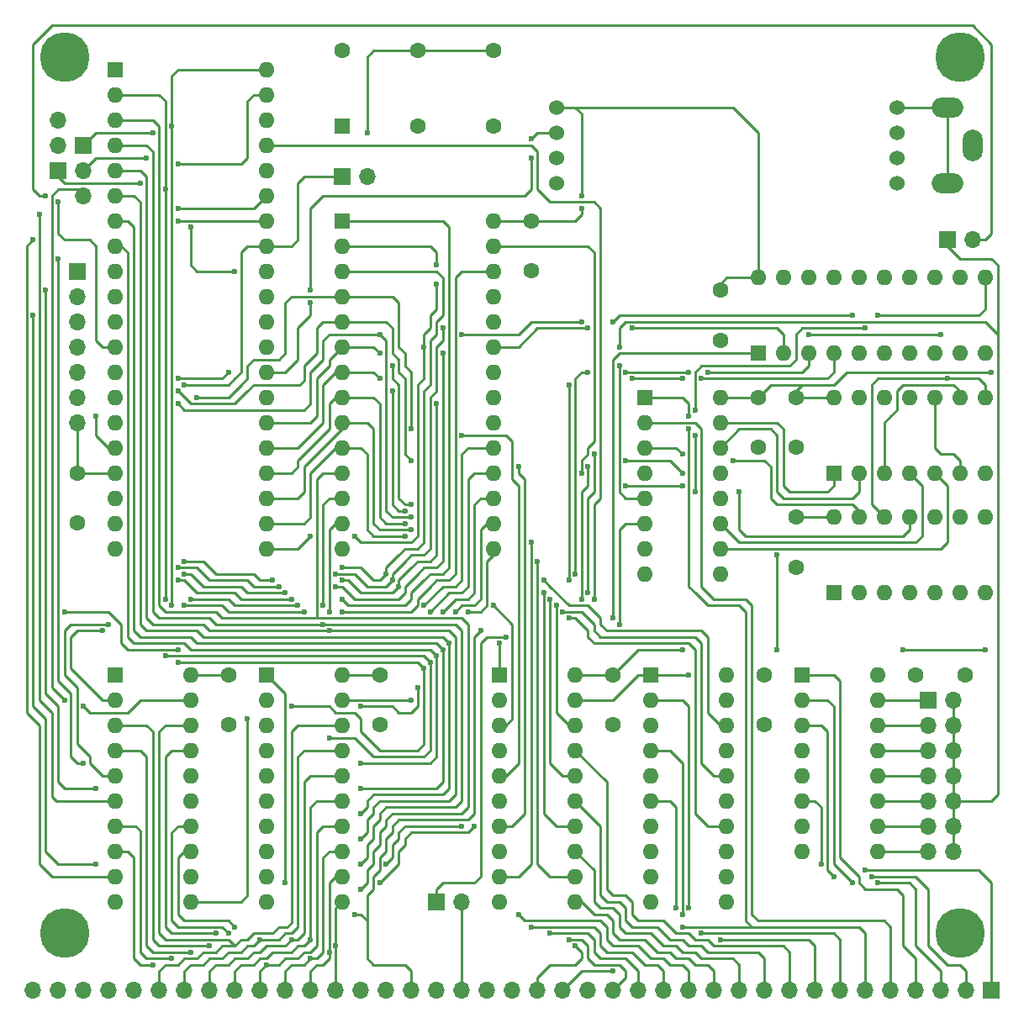
<source format=gtl>
G04 #@! TF.FileFunction,Copper,L1,Top,Signal*
%FSLAX46Y46*%
G04 Gerber Fmt 4.6, Leading zero omitted, Abs format (unit mm)*
G04 Created by KiCad (PCBNEW 4.0.7) date 02/20/19 13:27:08*
%MOMM*%
%LPD*%
G01*
G04 APERTURE LIST*
%ADD10C,0.100000*%
%ADD11C,1.600000*%
%ADD12R,1.700000X1.700000*%
%ADD13O,1.700000X1.700000*%
%ADD14C,5.000000*%
%ADD15O,3.197860X1.998980*%
%ADD16O,1.998980X3.197860*%
%ADD17R,1.600000X1.600000*%
%ADD18O,1.600000X1.600000*%
%ADD19C,1.524000*%
%ADD20C,0.600000*%
%ADD21C,0.250000*%
G04 APERTURE END LIST*
D10*
D11*
X58420000Y-90805000D03*
X58420000Y-95805000D03*
X104140000Y-65405000D03*
X104140000Y-70405000D03*
X127635000Y-111125000D03*
X127635000Y-116125000D03*
X112395000Y-111125000D03*
X112395000Y-116125000D03*
X88900000Y-111125000D03*
X88900000Y-116125000D03*
X73660000Y-111125000D03*
X73660000Y-116125000D03*
X142875000Y-111125000D03*
X147875000Y-111125000D03*
X130810000Y-95250000D03*
X130810000Y-100250000D03*
X127000000Y-83185000D03*
X127000000Y-88185000D03*
X130810000Y-83185000D03*
X130810000Y-88185000D03*
D12*
X150495000Y-142875000D03*
D13*
X147955000Y-142875000D03*
X145415000Y-142875000D03*
X142875000Y-142875000D03*
X140335000Y-142875000D03*
X137795000Y-142875000D03*
X135255000Y-142875000D03*
X132715000Y-142875000D03*
X130175000Y-142875000D03*
X127635000Y-142875000D03*
X125095000Y-142875000D03*
X122555000Y-142875000D03*
X120015000Y-142875000D03*
X117475000Y-142875000D03*
X114935000Y-142875000D03*
X112395000Y-142875000D03*
X109855000Y-142875000D03*
X107315000Y-142875000D03*
X104775000Y-142875000D03*
X102235000Y-142875000D03*
X99695000Y-142875000D03*
X97155000Y-142875000D03*
X94615000Y-142875000D03*
X92075000Y-142875000D03*
X89535000Y-142875000D03*
X86995000Y-142875000D03*
X84455000Y-142875000D03*
X81915000Y-142875000D03*
X79375000Y-142875000D03*
X76835000Y-142875000D03*
X74295000Y-142875000D03*
X71755000Y-142875000D03*
X69215000Y-142875000D03*
X66675000Y-142875000D03*
X64135000Y-142875000D03*
X61595000Y-142875000D03*
X59055000Y-142875000D03*
X56515000Y-142875000D03*
X53975000Y-142875000D03*
D14*
X57150000Y-48895000D03*
X57150000Y-137160000D03*
X147320000Y-137160000D03*
X147320000Y-48895000D03*
D15*
X146050000Y-53975000D03*
D16*
X148590000Y-57785000D03*
D15*
X146050000Y-61595000D03*
D12*
X146050000Y-67310000D03*
D13*
X148590000Y-67310000D03*
D12*
X94615000Y-133985000D03*
D13*
X97155000Y-133985000D03*
D17*
X62230000Y-50165000D03*
D18*
X77470000Y-98425000D03*
X62230000Y-52705000D03*
X77470000Y-95885000D03*
X62230000Y-55245000D03*
X77470000Y-93345000D03*
X62230000Y-57785000D03*
X77470000Y-90805000D03*
X62230000Y-60325000D03*
X77470000Y-88265000D03*
X62230000Y-62865000D03*
X77470000Y-85725000D03*
X62230000Y-65405000D03*
X77470000Y-83185000D03*
X62230000Y-67945000D03*
X77470000Y-80645000D03*
X62230000Y-70485000D03*
X77470000Y-78105000D03*
X62230000Y-73025000D03*
X77470000Y-75565000D03*
X62230000Y-75565000D03*
X77470000Y-73025000D03*
X62230000Y-78105000D03*
X77470000Y-70485000D03*
X62230000Y-80645000D03*
X77470000Y-67945000D03*
X62230000Y-83185000D03*
X77470000Y-65405000D03*
X62230000Y-85725000D03*
X77470000Y-62865000D03*
X62230000Y-88265000D03*
X77470000Y-60325000D03*
X62230000Y-90805000D03*
X77470000Y-57785000D03*
X62230000Y-93345000D03*
X77470000Y-55245000D03*
X62230000Y-95885000D03*
X77470000Y-52705000D03*
X62230000Y-98425000D03*
X77470000Y-50165000D03*
D17*
X85090000Y-65405000D03*
D18*
X100330000Y-98425000D03*
X85090000Y-67945000D03*
X100330000Y-95885000D03*
X85090000Y-70485000D03*
X100330000Y-93345000D03*
X85090000Y-73025000D03*
X100330000Y-90805000D03*
X85090000Y-75565000D03*
X100330000Y-88265000D03*
X85090000Y-78105000D03*
X100330000Y-85725000D03*
X85090000Y-80645000D03*
X100330000Y-83185000D03*
X85090000Y-83185000D03*
X100330000Y-80645000D03*
X85090000Y-85725000D03*
X100330000Y-78105000D03*
X85090000Y-88265000D03*
X100330000Y-75565000D03*
X85090000Y-90805000D03*
X100330000Y-73025000D03*
X85090000Y-93345000D03*
X100330000Y-70485000D03*
X85090000Y-95885000D03*
X100330000Y-67945000D03*
X85090000Y-98425000D03*
X100330000Y-65405000D03*
D17*
X131445000Y-111125000D03*
D18*
X139065000Y-128905000D03*
X131445000Y-113665000D03*
X139065000Y-126365000D03*
X131445000Y-116205000D03*
X139065000Y-123825000D03*
X131445000Y-118745000D03*
X139065000Y-121285000D03*
X131445000Y-121285000D03*
X139065000Y-118745000D03*
X131445000Y-123825000D03*
X139065000Y-116205000D03*
X131445000Y-126365000D03*
X139065000Y-113665000D03*
X131445000Y-128905000D03*
X139065000Y-111125000D03*
D12*
X58420000Y-70485000D03*
D13*
X58420000Y-73025000D03*
X58420000Y-75565000D03*
X58420000Y-78105000D03*
X58420000Y-80645000D03*
X58420000Y-83185000D03*
X58420000Y-85725000D03*
D11*
X123190000Y-72390000D03*
X123190000Y-77390000D03*
D17*
X134620000Y-102870000D03*
D18*
X149860000Y-95250000D03*
X137160000Y-102870000D03*
X147320000Y-95250000D03*
X139700000Y-102870000D03*
X144780000Y-95250000D03*
X142240000Y-102870000D03*
X142240000Y-95250000D03*
X144780000Y-102870000D03*
X139700000Y-95250000D03*
X147320000Y-102870000D03*
X137160000Y-95250000D03*
X149860000Y-102870000D03*
X134620000Y-95250000D03*
D17*
X115570000Y-83185000D03*
D18*
X123190000Y-100965000D03*
X115570000Y-85725000D03*
X123190000Y-98425000D03*
X115570000Y-88265000D03*
X123190000Y-95885000D03*
X115570000Y-90805000D03*
X123190000Y-93345000D03*
X115570000Y-93345000D03*
X123190000Y-90805000D03*
X115570000Y-95885000D03*
X123190000Y-88265000D03*
X115570000Y-98425000D03*
X123190000Y-85725000D03*
X115570000Y-100965000D03*
X123190000Y-83185000D03*
D11*
X92710000Y-55880000D03*
X92710000Y-48260000D03*
D17*
X85090000Y-55880000D03*
D11*
X85090000Y-48260000D03*
X100330000Y-48260000D03*
X100330000Y-55880000D03*
D19*
X106680000Y-53975000D03*
X106680000Y-56515000D03*
X106680000Y-59055000D03*
X106680000Y-61595000D03*
X140970000Y-53975000D03*
X140970000Y-56515000D03*
X140970000Y-59055000D03*
X140970000Y-61595000D03*
D12*
X144145000Y-113665000D03*
D13*
X146685000Y-113665000D03*
X144145000Y-116205000D03*
X146685000Y-116205000D03*
X144145000Y-118745000D03*
X146685000Y-118745000D03*
X144145000Y-121285000D03*
X146685000Y-121285000D03*
X144145000Y-123825000D03*
X146685000Y-123825000D03*
X144145000Y-126365000D03*
X146685000Y-126365000D03*
X144145000Y-128905000D03*
X146685000Y-128905000D03*
D17*
X116205000Y-111125000D03*
D18*
X123825000Y-133985000D03*
X116205000Y-113665000D03*
X123825000Y-131445000D03*
X116205000Y-116205000D03*
X123825000Y-128905000D03*
X116205000Y-118745000D03*
X123825000Y-126365000D03*
X116205000Y-121285000D03*
X123825000Y-123825000D03*
X116205000Y-123825000D03*
X123825000Y-121285000D03*
X116205000Y-126365000D03*
X123825000Y-118745000D03*
X116205000Y-128905000D03*
X123825000Y-116205000D03*
X116205000Y-131445000D03*
X123825000Y-113665000D03*
X116205000Y-133985000D03*
X123825000Y-111125000D03*
D17*
X100965000Y-111125000D03*
D18*
X108585000Y-133985000D03*
X100965000Y-113665000D03*
X108585000Y-131445000D03*
X100965000Y-116205000D03*
X108585000Y-128905000D03*
X100965000Y-118745000D03*
X108585000Y-126365000D03*
X100965000Y-121285000D03*
X108585000Y-123825000D03*
X100965000Y-123825000D03*
X108585000Y-121285000D03*
X100965000Y-126365000D03*
X108585000Y-118745000D03*
X100965000Y-128905000D03*
X108585000Y-116205000D03*
X100965000Y-131445000D03*
X108585000Y-113665000D03*
X100965000Y-133985000D03*
X108585000Y-111125000D03*
D17*
X77470000Y-111125000D03*
D18*
X85090000Y-133985000D03*
X77470000Y-113665000D03*
X85090000Y-131445000D03*
X77470000Y-116205000D03*
X85090000Y-128905000D03*
X77470000Y-118745000D03*
X85090000Y-126365000D03*
X77470000Y-121285000D03*
X85090000Y-123825000D03*
X77470000Y-123825000D03*
X85090000Y-121285000D03*
X77470000Y-126365000D03*
X85090000Y-118745000D03*
X77470000Y-128905000D03*
X85090000Y-116205000D03*
X77470000Y-131445000D03*
X85090000Y-113665000D03*
X77470000Y-133985000D03*
X85090000Y-111125000D03*
D17*
X62230000Y-111125000D03*
D18*
X69850000Y-133985000D03*
X62230000Y-113665000D03*
X69850000Y-131445000D03*
X62230000Y-116205000D03*
X69850000Y-128905000D03*
X62230000Y-118745000D03*
X69850000Y-126365000D03*
X62230000Y-121285000D03*
X69850000Y-123825000D03*
X62230000Y-123825000D03*
X69850000Y-121285000D03*
X62230000Y-126365000D03*
X69850000Y-118745000D03*
X62230000Y-128905000D03*
X69850000Y-116205000D03*
X62230000Y-131445000D03*
X69850000Y-113665000D03*
X62230000Y-133985000D03*
X69850000Y-111125000D03*
D12*
X85090000Y-60960000D03*
D13*
X87630000Y-60960000D03*
D12*
X59055000Y-57785000D03*
D13*
X59055000Y-60325000D03*
X59055000Y-62865000D03*
D12*
X56515000Y-60325000D03*
D13*
X56515000Y-57785000D03*
X56515000Y-55245000D03*
D17*
X134620000Y-90805000D03*
D18*
X149860000Y-83185000D03*
X137160000Y-90805000D03*
X147320000Y-83185000D03*
X139700000Y-90805000D03*
X144780000Y-83185000D03*
X142240000Y-90805000D03*
X142240000Y-83185000D03*
X144780000Y-90805000D03*
X139700000Y-83185000D03*
X147320000Y-90805000D03*
X137160000Y-83185000D03*
X149860000Y-90805000D03*
X134620000Y-83185000D03*
D17*
X127000000Y-78740000D03*
D18*
X149860000Y-71120000D03*
X129540000Y-78740000D03*
X147320000Y-71120000D03*
X132080000Y-78740000D03*
X144780000Y-71120000D03*
X134620000Y-78740000D03*
X142240000Y-71120000D03*
X137160000Y-78740000D03*
X139700000Y-71120000D03*
X139700000Y-78740000D03*
X137160000Y-71120000D03*
X142240000Y-78740000D03*
X134620000Y-71120000D03*
X144780000Y-78740000D03*
X132080000Y-71120000D03*
X147320000Y-78740000D03*
X129540000Y-71120000D03*
X149860000Y-78740000D03*
X127000000Y-71120000D03*
D20*
X109220000Y-62865000D03*
X109220000Y-64135000D03*
X149860000Y-108585000D03*
X141605000Y-108585000D03*
X128905000Y-108585000D03*
X128905000Y-99060000D03*
X57150000Y-104775000D03*
X150495000Y-80645000D03*
X119380000Y-108585000D03*
X68580000Y-108585000D03*
X112395000Y-140970000D03*
X133350000Y-130175000D03*
X137795000Y-130810000D03*
X134620000Y-131445000D03*
X138430000Y-131445000D03*
X136525000Y-132080000D03*
X139065000Y-132080000D03*
X120015000Y-86360000D03*
X120015000Y-85090000D03*
X118745000Y-134620000D03*
X119380000Y-136525000D03*
X119380000Y-135255000D03*
X121285000Y-137160000D03*
X120015000Y-134620000D03*
X123190000Y-137795000D03*
X102870000Y-135255000D03*
X104140000Y-136525000D03*
X106045000Y-137160000D03*
X107950000Y-137795000D03*
X113030000Y-106045000D03*
X108585000Y-138430000D03*
X109855000Y-102870000D03*
X79375000Y-132080000D03*
X110490000Y-88900000D03*
X99060000Y-106680000D03*
X124460000Y-89535000D03*
X119380000Y-88900000D03*
X86360000Y-135255000D03*
X121920000Y-80645000D03*
X108585000Y-100965000D03*
X98425000Y-126365000D03*
X88900000Y-132080000D03*
X109855000Y-80645000D03*
X113665000Y-80645000D03*
X120015000Y-80645000D03*
X84455000Y-138430000D03*
X71755000Y-138430000D03*
X107950000Y-101600000D03*
X97155000Y-126365000D03*
X89535000Y-130175000D03*
X107950000Y-81915000D03*
X114300000Y-81280000D03*
X119380000Y-81280000D03*
X121285000Y-81280000D03*
X83820000Y-139065000D03*
X69850000Y-139065000D03*
X81915000Y-139700000D03*
X67945000Y-139700000D03*
X77470000Y-140335000D03*
X66040000Y-140335000D03*
X74295000Y-136525000D03*
X81915000Y-137795000D03*
X73660000Y-137160000D03*
X80010000Y-137795000D03*
X76835000Y-137795000D03*
X72390000Y-137160000D03*
X113030000Y-78105000D03*
X113030000Y-80010000D03*
X104140000Y-57150000D03*
X104140000Y-59055000D03*
X81915000Y-73660000D03*
X81915000Y-72390000D03*
X68580000Y-81280000D03*
X73660000Y-80645000D03*
X69215000Y-81915000D03*
X56515000Y-63500000D03*
X55245000Y-62865000D03*
X110490000Y-103505000D03*
X101600000Y-107315000D03*
X136525000Y-74930000D03*
X112395000Y-75565000D03*
X109220000Y-75565000D03*
X97155000Y-76835000D03*
X93345000Y-78105000D03*
X81915000Y-97155000D03*
X86360000Y-97155000D03*
X94615000Y-71755000D03*
X94615000Y-69850000D03*
X83820000Y-117475000D03*
X64770000Y-61595000D03*
X67310000Y-62230000D03*
X93980000Y-104775000D03*
X93980000Y-109855000D03*
X67310000Y-109220000D03*
X67310000Y-103505000D03*
X106680000Y-104140000D03*
X91440000Y-97155000D03*
X86995000Y-132715000D03*
X106045000Y-103505000D03*
X92075000Y-96520000D03*
X83185000Y-104140000D03*
X83185000Y-106045000D03*
X86995000Y-130175000D03*
X91440000Y-95885000D03*
X105410000Y-102870000D03*
X83820000Y-104775000D03*
X83820000Y-106680000D03*
X86995000Y-127635000D03*
X104775000Y-99695000D03*
X88900000Y-81280000D03*
X90170000Y-82550000D03*
X91440000Y-94615000D03*
X97790000Y-104775000D03*
X95885000Y-107950000D03*
X86995000Y-125095000D03*
X104140000Y-97790000D03*
X88900000Y-78740000D03*
X90170000Y-80010000D03*
X92075000Y-93980000D03*
X96520000Y-104775000D03*
X95250000Y-108585000D03*
X86995000Y-122555000D03*
X53975000Y-74930000D03*
X60325000Y-130175000D03*
X95250000Y-104775000D03*
X94615000Y-109220000D03*
X86995000Y-120015000D03*
X55245000Y-72390000D03*
X60325000Y-122555000D03*
X56515000Y-69215000D03*
X59055000Y-120015000D03*
X67945000Y-55880000D03*
X66040000Y-56515000D03*
X80010000Y-114300000D03*
X68580000Y-109855000D03*
X93345000Y-104140000D03*
X93345000Y-110490000D03*
X67945000Y-104140000D03*
X102870000Y-90170000D03*
X92075000Y-89535000D03*
X68580000Y-82550000D03*
X97155000Y-86995000D03*
X92075000Y-86360000D03*
X70485000Y-83185000D03*
X68580000Y-65405000D03*
X53975000Y-67310000D03*
X89535000Y-100965000D03*
X100330000Y-104140000D03*
X69215000Y-99695000D03*
X78105000Y-101600000D03*
X85090000Y-100330000D03*
X68580000Y-64135000D03*
X54610000Y-64770000D03*
X105410000Y-101600000D03*
X88900000Y-76835000D03*
X92075000Y-95250000D03*
X68580000Y-83820000D03*
X60325000Y-85090000D03*
X107315000Y-104775000D03*
X90170000Y-101600000D03*
X95250000Y-76200000D03*
X84455000Y-100965000D03*
X78740000Y-102235000D03*
X68580000Y-100330000D03*
X107950000Y-105410000D03*
X90805000Y-102235000D03*
X94615000Y-83820000D03*
X85090000Y-101600000D03*
X79375000Y-102870000D03*
X69215000Y-100965000D03*
X59055000Y-114300000D03*
X57150000Y-113665000D03*
X114300000Y-76200000D03*
X109855000Y-76200000D03*
X95250000Y-78740000D03*
X84455000Y-102235000D03*
X80010000Y-103505000D03*
X68580000Y-101600000D03*
X61595000Y-106045000D03*
X85090000Y-103505000D03*
X80645000Y-104140000D03*
X69850000Y-103505000D03*
X60960000Y-106680000D03*
X85090000Y-104775000D03*
X81280000Y-104775000D03*
X69215000Y-104140000D03*
X109220000Y-90805000D03*
X113665000Y-92075000D03*
X125095000Y-92710000D03*
X119380000Y-92075000D03*
X112395000Y-105410000D03*
X132080000Y-76835000D03*
X145415000Y-76835000D03*
X146050000Y-81280000D03*
X100965000Y-107950000D03*
X92075000Y-113665000D03*
X120015000Y-111125000D03*
X109220000Y-103505000D03*
X92710000Y-112395000D03*
X86995000Y-114300000D03*
X119380000Y-90805000D03*
X109855000Y-90170000D03*
X113665000Y-89535000D03*
X75565000Y-115570000D03*
X137795000Y-76200000D03*
X139065000Y-74930000D03*
X120650000Y-86995000D03*
X120650000Y-84455000D03*
X120650000Y-92710000D03*
X87630000Y-56515000D03*
X65405000Y-59055000D03*
X68580000Y-59690000D03*
X69850000Y-66040000D03*
X74295000Y-70485000D03*
D21*
X130810000Y-83185000D02*
X130810000Y-82550000D01*
X130810000Y-82550000D02*
X131445000Y-81915000D01*
X104140000Y-65405000D02*
X108585000Y-65405000D01*
X109220000Y-54610000D02*
X108585000Y-53975000D01*
X109220000Y-62865000D02*
X109220000Y-54610000D01*
X109220000Y-64770000D02*
X109220000Y-64135000D01*
X108585000Y-65405000D02*
X109220000Y-64770000D01*
X141605000Y-108585000D02*
X149860000Y-108585000D01*
X128905000Y-99060000D02*
X128905000Y-108585000D01*
X114935000Y-108585000D02*
X112395000Y-111125000D01*
X63500000Y-108585000D02*
X62865000Y-107950000D01*
X62865000Y-107950000D02*
X62865000Y-106045000D01*
X62865000Y-106045000D02*
X61595000Y-104775000D01*
X61595000Y-104775000D02*
X57150000Y-104775000D01*
X134620000Y-81915000D02*
X131445000Y-81915000D01*
X131445000Y-81915000D02*
X128270000Y-81915000D01*
X128270000Y-81915000D02*
X127000000Y-83185000D01*
X150495000Y-80645000D02*
X135890000Y-80645000D01*
X135890000Y-80645000D02*
X134620000Y-81915000D01*
X127000000Y-83185000D02*
X123190000Y-83185000D01*
X130810000Y-83185000D02*
X134620000Y-83185000D01*
X119380000Y-108585000D02*
X114935000Y-108585000D01*
X58420000Y-90805000D02*
X62230000Y-90805000D01*
X106680000Y-53975000D02*
X108585000Y-53975000D01*
X108585000Y-53975000D02*
X124460000Y-53975000D01*
X127000000Y-56515000D02*
X127000000Y-71120000D01*
X124460000Y-53975000D02*
X127000000Y-56515000D01*
X123190000Y-72390000D02*
X123190000Y-71755000D01*
X123190000Y-71755000D02*
X123825000Y-71120000D01*
X123825000Y-71120000D02*
X127000000Y-71120000D01*
X68580000Y-108585000D02*
X63500000Y-108585000D01*
X58420000Y-85725000D02*
X58420000Y-90805000D01*
X130810000Y-95250000D02*
X134620000Y-95250000D01*
X109220000Y-140970000D02*
X107315000Y-142875000D01*
X112395000Y-140970000D02*
X109220000Y-140970000D01*
X100330000Y-65405000D02*
X104140000Y-65405000D01*
X108585000Y-111125000D02*
X112395000Y-111125000D01*
X85090000Y-111125000D02*
X88900000Y-111125000D01*
X69850000Y-111125000D02*
X73660000Y-111125000D01*
X133350000Y-130175000D02*
X133350000Y-124460000D01*
X133350000Y-124460000D02*
X132715000Y-123825000D01*
X132715000Y-123825000D02*
X131445000Y-123825000D01*
X139700000Y-130810000D02*
X137795000Y-130810000D01*
X149225000Y-130810000D02*
X139700000Y-130810000D01*
X150495000Y-142875000D02*
X150495000Y-132080000D01*
X150495000Y-132080000D02*
X149225000Y-130810000D01*
X131445000Y-116205000D02*
X133350000Y-116205000D01*
X133350000Y-116205000D02*
X133985000Y-116840000D01*
X133985000Y-116840000D02*
X133985000Y-130810000D01*
X133985000Y-130810000D02*
X134620000Y-131445000D01*
X142875000Y-131445000D02*
X138430000Y-131445000D01*
X144145000Y-132715000D02*
X142875000Y-131445000D01*
X147955000Y-142875000D02*
X147955000Y-140970000D01*
X146050000Y-140335000D02*
X144145000Y-138430000D01*
X147320000Y-140335000D02*
X146050000Y-140335000D01*
X147955000Y-140970000D02*
X147320000Y-140335000D01*
X144145000Y-138430000D02*
X144145000Y-132715000D01*
X131445000Y-113665000D02*
X133985000Y-113665000D01*
X133985000Y-113665000D02*
X134620000Y-114300000D01*
X134620000Y-114300000D02*
X134620000Y-130175000D01*
X134620000Y-130175000D02*
X136525000Y-132080000D01*
X142240000Y-132080000D02*
X139065000Y-132080000D01*
X142875000Y-132715000D02*
X142240000Y-132080000D01*
X145415000Y-140970000D02*
X145415000Y-142875000D01*
X145415000Y-140970000D02*
X142875000Y-138430000D01*
X142875000Y-138430000D02*
X142875000Y-132715000D01*
X137160000Y-131445000D02*
X135255000Y-129540000D01*
X135255000Y-129540000D02*
X135255000Y-111760000D01*
X135255000Y-111760000D02*
X134620000Y-111125000D01*
X131445000Y-111125000D02*
X134620000Y-111125000D01*
X142875000Y-139700000D02*
X142875000Y-142875000D01*
X142875000Y-139700000D02*
X141605000Y-138430000D01*
X137160000Y-131445000D02*
X137160000Y-132080000D01*
X141605000Y-133350000D02*
X140970000Y-132715000D01*
X141605000Y-138430000D02*
X141605000Y-133350000D01*
X137795000Y-132715000D02*
X140970000Y-132715000D01*
X137160000Y-132080000D02*
X137795000Y-132715000D01*
X120650000Y-85725000D02*
X115570000Y-85725000D01*
X127000000Y-135890000D02*
X130810000Y-135890000D01*
X140335000Y-142875000D02*
X140335000Y-136525000D01*
X140335000Y-136525000D02*
X139700000Y-135890000D01*
X139700000Y-135890000D02*
X130810000Y-135890000D01*
X121285000Y-86360000D02*
X120650000Y-85725000D01*
X126365000Y-113030000D02*
X126365000Y-107315000D01*
X126365000Y-131445000D02*
X126365000Y-135255000D01*
X126365000Y-135255000D02*
X127000000Y-135890000D01*
X126365000Y-131445000D02*
X126365000Y-113030000D01*
X122555000Y-103505000D02*
X125730000Y-103505000D01*
X125730000Y-103505000D02*
X126365000Y-104140000D01*
X126365000Y-104140000D02*
X126365000Y-107315000D01*
X121285000Y-101600000D02*
X121285000Y-102235000D01*
X121285000Y-102235000D02*
X122555000Y-103505000D01*
X121285000Y-101600000D02*
X121285000Y-86360000D01*
X120015000Y-85090000D02*
X120015000Y-83820000D01*
X120015000Y-83820000D02*
X119380000Y-83185000D01*
X119380000Y-83185000D02*
X115570000Y-83185000D01*
X120650000Y-102870000D02*
X120015000Y-102235000D01*
X120015000Y-102235000D02*
X120015000Y-86360000D01*
X121920000Y-104140000D02*
X125095000Y-104140000D01*
X125095000Y-104140000D02*
X125730000Y-104775000D01*
X125730000Y-104775000D02*
X125730000Y-107950000D01*
X120650000Y-102870000D02*
X121920000Y-104140000D01*
X126365000Y-136525000D02*
X125730000Y-135890000D01*
X125730000Y-135890000D02*
X125730000Y-107950000D01*
X116205000Y-123825000D02*
X118110000Y-123825000D01*
X118110000Y-123825000D02*
X118745000Y-124460000D01*
X118745000Y-124460000D02*
X118745000Y-134620000D01*
X137795000Y-137160000D02*
X137160000Y-136525000D01*
X137160000Y-136525000D02*
X126365000Y-136525000D01*
X126365000Y-136525000D02*
X123190000Y-136525000D01*
X137795000Y-137160000D02*
X137795000Y-142875000D01*
X119380000Y-136525000D02*
X123190000Y-136525000D01*
X116205000Y-118745000D02*
X118110000Y-118745000D01*
X118110000Y-118745000D02*
X119380000Y-120015000D01*
X119380000Y-120015000D02*
X119380000Y-135255000D01*
X135255000Y-137795000D02*
X135255000Y-142875000D01*
X135255000Y-137795000D02*
X134620000Y-137160000D01*
X123190000Y-137160000D02*
X134620000Y-137160000D01*
X121285000Y-137160000D02*
X123190000Y-137160000D01*
X120015000Y-115570000D02*
X120015000Y-114300000D01*
X120015000Y-114300000D02*
X119380000Y-113665000D01*
X119380000Y-113665000D02*
X116205000Y-113665000D01*
X120015000Y-134620000D02*
X120015000Y-115570000D01*
X132715000Y-138430000D02*
X132080000Y-137795000D01*
X132080000Y-137795000D02*
X123190000Y-137795000D01*
X132715000Y-142875000D02*
X132715000Y-138430000D01*
X114300000Y-133985000D02*
X113665000Y-133350000D01*
X113665000Y-133350000D02*
X112395000Y-133350000D01*
X112395000Y-133350000D02*
X111760000Y-132715000D01*
X111760000Y-132715000D02*
X111760000Y-121920000D01*
X111760000Y-121920000D02*
X108585000Y-118745000D01*
X130175000Y-139065000D02*
X130175000Y-142875000D01*
X118745000Y-137160000D02*
X117475000Y-135890000D01*
X120015000Y-137160000D02*
X118745000Y-137160000D01*
X120650000Y-137795000D02*
X120015000Y-137160000D01*
X121920000Y-137795000D02*
X120650000Y-137795000D01*
X122555000Y-138430000D02*
X121920000Y-137795000D01*
X129540000Y-138430000D02*
X122555000Y-138430000D01*
X130175000Y-139065000D02*
X129540000Y-138430000D01*
X116205000Y-135890000D02*
X117475000Y-135890000D01*
X114935000Y-135890000D02*
X116205000Y-135890000D01*
X114300000Y-135255000D02*
X114935000Y-135890000D01*
X114300000Y-133985000D02*
X114300000Y-135255000D01*
X113665000Y-134620000D02*
X113030000Y-133985000D01*
X113030000Y-133985000D02*
X111760000Y-133985000D01*
X111760000Y-133985000D02*
X111125000Y-133350000D01*
X111125000Y-133350000D02*
X111125000Y-126365000D01*
X111125000Y-126365000D02*
X108585000Y-123825000D01*
X115570000Y-136525000D02*
X114300000Y-136525000D01*
X127635000Y-139700000D02*
X127000000Y-139065000D01*
X127000000Y-139065000D02*
X121920000Y-139065000D01*
X121920000Y-139065000D02*
X121285000Y-138430000D01*
X121285000Y-138430000D02*
X120015000Y-138430000D01*
X120015000Y-138430000D02*
X119380000Y-137795000D01*
X119380000Y-137795000D02*
X118110000Y-137795000D01*
X118110000Y-137795000D02*
X116840000Y-136525000D01*
X116840000Y-136525000D02*
X115570000Y-136525000D01*
X127635000Y-142875000D02*
X127635000Y-139700000D01*
X113665000Y-135890000D02*
X113665000Y-134620000D01*
X114300000Y-136525000D02*
X113665000Y-135890000D01*
X113030000Y-135255000D02*
X112395000Y-134620000D01*
X112395000Y-134620000D02*
X111125000Y-134620000D01*
X111125000Y-134620000D02*
X110490000Y-133985000D01*
X110490000Y-133985000D02*
X110490000Y-130810000D01*
X110490000Y-130810000D02*
X108585000Y-128905000D01*
X125095000Y-140335000D02*
X124460000Y-139700000D01*
X124460000Y-139700000D02*
X121285000Y-139700000D01*
X121285000Y-139700000D02*
X120650000Y-139065000D01*
X120650000Y-139065000D02*
X119380000Y-139065000D01*
X119380000Y-139065000D02*
X118745000Y-138430000D01*
X118745000Y-138430000D02*
X117475000Y-138430000D01*
X117475000Y-138430000D02*
X116205000Y-137160000D01*
X116205000Y-137160000D02*
X114935000Y-137160000D01*
X125095000Y-141605000D02*
X125095000Y-142875000D01*
X125095000Y-141605000D02*
X125095000Y-140335000D01*
X113665000Y-137160000D02*
X114935000Y-137160000D01*
X113030000Y-136525000D02*
X113665000Y-137160000D01*
X113030000Y-135255000D02*
X113030000Y-136525000D01*
X112395000Y-135890000D02*
X111760000Y-135255000D01*
X111760000Y-135255000D02*
X110490000Y-135255000D01*
X110490000Y-135255000D02*
X109220000Y-133985000D01*
X109220000Y-133985000D02*
X108585000Y-133985000D01*
X112395000Y-137160000D02*
X112395000Y-135890000D01*
X120650000Y-140335000D02*
X120015000Y-139700000D01*
X120015000Y-139700000D02*
X118745000Y-139700000D01*
X118745000Y-139700000D02*
X118110000Y-139065000D01*
X118110000Y-139065000D02*
X116840000Y-139065000D01*
X116840000Y-139065000D02*
X115570000Y-137795000D01*
X115570000Y-137795000D02*
X113030000Y-137795000D01*
X113030000Y-137795000D02*
X112395000Y-137160000D01*
X122555000Y-142875000D02*
X122555000Y-140970000D01*
X121920000Y-140335000D02*
X121285000Y-140335000D01*
X122555000Y-140970000D02*
X121920000Y-140335000D01*
X121285000Y-140335000D02*
X120650000Y-140335000D01*
X113030000Y-138430000D02*
X112395000Y-138430000D01*
X102870000Y-135255000D02*
X103505000Y-135890000D01*
X120015000Y-140970000D02*
X119380000Y-140335000D01*
X119380000Y-140335000D02*
X118110000Y-140335000D01*
X118110000Y-140335000D02*
X117475000Y-139700000D01*
X117475000Y-139700000D02*
X116205000Y-139700000D01*
X116205000Y-139700000D02*
X114935000Y-138430000D01*
X114935000Y-138430000D02*
X113030000Y-138430000D01*
X120015000Y-140970000D02*
X120015000Y-142875000D01*
X111125000Y-135890000D02*
X103505000Y-135890000D01*
X111760000Y-136525000D02*
X111125000Y-135890000D01*
X111760000Y-137795000D02*
X111760000Y-136525000D01*
X112395000Y-138430000D02*
X111760000Y-137795000D01*
X104140000Y-136525000D02*
X110490000Y-136525000D01*
X117475000Y-140970000D02*
X116840000Y-140335000D01*
X116840000Y-140335000D02*
X115570000Y-140335000D01*
X115570000Y-140335000D02*
X114300000Y-139065000D01*
X114300000Y-139065000D02*
X112395000Y-139065000D01*
X117475000Y-140970000D02*
X117475000Y-142875000D01*
X111760000Y-139065000D02*
X112395000Y-139065000D01*
X111125000Y-138430000D02*
X111760000Y-139065000D01*
X111125000Y-137160000D02*
X111125000Y-138430000D01*
X110490000Y-136525000D02*
X111125000Y-137160000D01*
X111760000Y-139700000D02*
X111125000Y-139700000D01*
X114935000Y-140970000D02*
X114935000Y-142875000D01*
X114935000Y-140970000D02*
X113665000Y-139700000D01*
X111760000Y-139700000D02*
X113665000Y-139700000D01*
X109855000Y-137160000D02*
X106045000Y-137160000D01*
X110490000Y-137795000D02*
X109855000Y-137160000D01*
X110490000Y-139065000D02*
X110490000Y-137795000D01*
X111125000Y-139700000D02*
X110490000Y-139065000D01*
X111760000Y-140335000D02*
X113030000Y-140335000D01*
X113030000Y-140335000D02*
X113665000Y-140970000D01*
X113665000Y-140970000D02*
X113665000Y-141605000D01*
X113665000Y-141605000D02*
X112395000Y-142875000D01*
X110490000Y-140335000D02*
X109855000Y-139700000D01*
X111760000Y-140335000D02*
X110490000Y-140335000D01*
X109220000Y-137795000D02*
X107950000Y-137795000D01*
X109855000Y-138430000D02*
X109220000Y-137795000D01*
X109855000Y-139700000D02*
X109855000Y-138430000D01*
X113030000Y-97155000D02*
X113030000Y-96520000D01*
X113665000Y-95885000D02*
X114300000Y-95885000D01*
X113030000Y-96520000D02*
X113665000Y-95885000D01*
X115570000Y-95885000D02*
X114300000Y-95885000D01*
X109220000Y-139065000D02*
X108585000Y-138430000D01*
X104775000Y-141605000D02*
X104775000Y-142875000D01*
X104775000Y-141605000D02*
X106045000Y-140335000D01*
X106045000Y-140335000D02*
X108585000Y-140335000D01*
X108585000Y-140335000D02*
X109220000Y-139700000D01*
X109220000Y-139700000D02*
X109220000Y-139065000D01*
X113030000Y-97155000D02*
X113030000Y-106045000D01*
X97155000Y-142875000D02*
X97155000Y-133985000D01*
X109855000Y-93345000D02*
X110490000Y-92710000D01*
X109855000Y-102870000D02*
X109855000Y-93345000D01*
X98425000Y-125095000D02*
X97790000Y-125730000D01*
X87630000Y-133350000D02*
X87630000Y-133985000D01*
X88265000Y-132715000D02*
X87630000Y-133350000D01*
X88265000Y-131445000D02*
X88265000Y-132715000D01*
X88900000Y-130810000D02*
X88265000Y-131445000D01*
X88900000Y-129540000D02*
X88900000Y-130810000D01*
X89535000Y-128905000D02*
X88900000Y-129540000D01*
X89535000Y-127635000D02*
X89535000Y-128905000D01*
X90170000Y-127000000D02*
X89535000Y-127635000D01*
X90170000Y-126365000D02*
X90170000Y-127000000D01*
X90805000Y-125730000D02*
X90170000Y-126365000D01*
X97790000Y-125730000D02*
X90805000Y-125730000D01*
X98425000Y-108585000D02*
X98425000Y-107315000D01*
X98425000Y-107315000D02*
X99060000Y-106680000D01*
X79375000Y-113030000D02*
X77470000Y-111125000D01*
X79375000Y-114300000D02*
X79375000Y-113030000D01*
X110490000Y-92710000D02*
X110490000Y-88900000D01*
X79375000Y-132080000D02*
X79375000Y-114300000D01*
X98425000Y-110490000D02*
X98425000Y-108585000D01*
X137160000Y-95250000D02*
X137160000Y-94615000D01*
X137160000Y-94615000D02*
X136525000Y-93980000D01*
X136525000Y-93980000D02*
X128905000Y-93980000D01*
X128905000Y-93980000D02*
X128270000Y-93345000D01*
X128270000Y-93345000D02*
X128270000Y-90170000D01*
X128270000Y-90170000D02*
X127635000Y-89535000D01*
X127635000Y-89535000D02*
X124460000Y-89535000D01*
X119380000Y-88900000D02*
X118745000Y-88265000D01*
X118745000Y-88265000D02*
X115570000Y-88265000D01*
X87630000Y-135890000D02*
X86995000Y-135255000D01*
X86995000Y-135255000D02*
X86360000Y-135255000D01*
X92075000Y-142875000D02*
X92075000Y-140970000D01*
X92075000Y-140970000D02*
X91440000Y-140335000D01*
X91440000Y-140335000D02*
X88265000Y-140335000D01*
X88265000Y-140335000D02*
X87630000Y-139700000D01*
X87630000Y-139700000D02*
X87630000Y-135890000D01*
X87630000Y-135890000D02*
X87630000Y-133985000D01*
X98425000Y-125095000D02*
X98425000Y-110490000D01*
X108585000Y-81915000D02*
X108585000Y-81280000D01*
X109220000Y-80645000D02*
X109855000Y-80645000D01*
X108585000Y-81280000D02*
X109220000Y-80645000D01*
X88900000Y-132080000D02*
X90805000Y-130175000D01*
X92075000Y-127000000D02*
X97790000Y-127000000D01*
X91440000Y-127635000D02*
X92075000Y-127000000D01*
X91440000Y-128270000D02*
X91440000Y-127635000D01*
X90805000Y-128905000D02*
X91440000Y-128270000D01*
X90805000Y-130175000D02*
X90805000Y-128905000D01*
X97790000Y-127000000D02*
X98425000Y-126365000D01*
X108585000Y-86360000D02*
X108585000Y-100965000D01*
X132080000Y-80010000D02*
X131445000Y-80645000D01*
X131445000Y-80645000D02*
X121920000Y-80645000D01*
X132080000Y-80010000D02*
X132080000Y-78740000D01*
X108585000Y-81915000D02*
X108585000Y-86360000D01*
X120015000Y-80645000D02*
X113665000Y-80645000D01*
X66040000Y-137160000D02*
X66040000Y-137795000D01*
X65405000Y-116205000D02*
X66040000Y-116840000D01*
X66040000Y-116840000D02*
X66040000Y-137160000D01*
X62230000Y-116205000D02*
X65405000Y-116205000D01*
X66675000Y-138430000D02*
X71755000Y-138430000D01*
X66040000Y-137795000D02*
X66675000Y-138430000D01*
X84455000Y-142875000D02*
X84455000Y-138430000D01*
X84455000Y-138430000D02*
X84455000Y-134620000D01*
X84455000Y-134620000D02*
X85090000Y-133985000D01*
X122555000Y-81280000D02*
X121285000Y-81280000D01*
X90170000Y-129540000D02*
X90170000Y-128270000D01*
X90170000Y-128270000D02*
X90805000Y-127635000D01*
X90805000Y-127635000D02*
X90805000Y-127000000D01*
X90805000Y-127000000D02*
X91440000Y-126365000D01*
X91440000Y-126365000D02*
X97155000Y-126365000D01*
X89535000Y-130175000D02*
X90170000Y-129540000D01*
X107950000Y-85725000D02*
X107950000Y-101600000D01*
X134620000Y-80645000D02*
X133985000Y-81280000D01*
X133985000Y-81280000D02*
X122555000Y-81280000D01*
X134620000Y-80645000D02*
X134620000Y-78740000D01*
X107950000Y-81915000D02*
X107950000Y-85725000D01*
X119380000Y-81280000D02*
X114300000Y-81280000D01*
X65405000Y-136525000D02*
X65405000Y-138430000D01*
X64770000Y-118745000D02*
X65405000Y-119380000D01*
X65405000Y-119380000D02*
X65405000Y-136525000D01*
X62230000Y-118745000D02*
X64770000Y-118745000D01*
X66040000Y-139065000D02*
X69850000Y-139065000D01*
X65405000Y-138430000D02*
X66040000Y-139065000D01*
X83820000Y-132715000D02*
X83820000Y-132080000D01*
X81915000Y-141605000D02*
X81915000Y-140970000D01*
X81915000Y-140970000D02*
X82550000Y-140335000D01*
X82550000Y-140335000D02*
X83185000Y-140335000D01*
X83185000Y-140335000D02*
X83820000Y-139700000D01*
X83820000Y-139700000D02*
X83820000Y-139065000D01*
X83820000Y-139065000D02*
X83820000Y-132715000D01*
X81915000Y-142875000D02*
X81915000Y-141605000D01*
X83820000Y-132080000D02*
X84455000Y-131445000D01*
X84455000Y-131445000D02*
X85090000Y-131445000D01*
X64770000Y-135890000D02*
X64770000Y-139065000D01*
X64319998Y-126365000D02*
X64770000Y-126815002D01*
X64770000Y-126815002D02*
X64770000Y-135890000D01*
X62230000Y-126365000D02*
X64319998Y-126365000D01*
X65405000Y-139700000D02*
X67945000Y-139700000D01*
X64770000Y-139065000D02*
X65405000Y-139700000D01*
X79375000Y-140970000D02*
X80010000Y-140335000D01*
X83185000Y-129540000D02*
X83820000Y-128905000D01*
X83185000Y-139065000D02*
X83185000Y-129540000D01*
X82550000Y-139700000D02*
X83185000Y-139065000D01*
X83820000Y-128905000D02*
X85090000Y-128905000D01*
X79375000Y-142875000D02*
X79375000Y-140970000D01*
X80010000Y-140335000D02*
X81280000Y-140335000D01*
X81280000Y-140335000D02*
X81915000Y-139700000D01*
X81915000Y-139700000D02*
X82550000Y-139700000D01*
X64135000Y-137160000D02*
X64135000Y-139700000D01*
X63500000Y-128905000D02*
X64135000Y-129540000D01*
X64135000Y-129540000D02*
X64135000Y-137160000D01*
X62230000Y-128905000D02*
X63500000Y-128905000D01*
X64770000Y-140335000D02*
X66040000Y-140335000D01*
X64135000Y-139700000D02*
X64770000Y-140335000D01*
X79375000Y-139700000D02*
X78740000Y-140335000D01*
X81280000Y-139065000D02*
X81915000Y-139065000D01*
X81915000Y-139065000D02*
X82550000Y-138430000D01*
X82550000Y-138430000D02*
X82550000Y-127000000D01*
X82550000Y-127000000D02*
X83185000Y-126365000D01*
X83185000Y-126365000D02*
X85090000Y-126365000D01*
X76835000Y-142875000D02*
X76835000Y-140970000D01*
X80645000Y-139700000D02*
X79375000Y-139700000D01*
X81280000Y-139065000D02*
X80645000Y-139700000D01*
X78740000Y-140335000D02*
X77470000Y-140335000D01*
X77470000Y-140335000D02*
X76835000Y-140970000D01*
X73660000Y-135890000D02*
X74295000Y-136525000D01*
X68580000Y-135255000D02*
X69215000Y-135890000D01*
X69215000Y-135890000D02*
X73660000Y-135890000D01*
X68580000Y-130175000D02*
X68580000Y-129540000D01*
X68580000Y-129540000D02*
X69215000Y-128905000D01*
X69215000Y-128905000D02*
X69850000Y-128905000D01*
X68580000Y-130175000D02*
X68580000Y-135255000D01*
X76835000Y-139700000D02*
X76200000Y-140335000D01*
X81915000Y-129540000D02*
X81915000Y-135890000D01*
X82550000Y-123825000D02*
X81915000Y-124460000D01*
X81915000Y-124460000D02*
X81915000Y-129540000D01*
X85090000Y-123825000D02*
X82550000Y-123825000D01*
X81915000Y-135890000D02*
X81915000Y-136525000D01*
X81915000Y-136525000D02*
X81915000Y-137795000D01*
X81915000Y-137795000D02*
X81280000Y-138430000D01*
X81280000Y-138430000D02*
X80645000Y-138430000D01*
X74295000Y-140970000D02*
X74295000Y-142875000D01*
X80010000Y-139065000D02*
X78105000Y-139065000D01*
X80645000Y-138430000D02*
X80010000Y-139065000D01*
X77470000Y-139700000D02*
X76835000Y-139700000D01*
X78105000Y-139065000D02*
X77470000Y-139700000D01*
X76200000Y-140335000D02*
X74930000Y-140335000D01*
X74930000Y-140335000D02*
X74295000Y-140970000D01*
X73025000Y-136525000D02*
X73660000Y-137160000D01*
X81280000Y-136525000D02*
X81280000Y-137160000D01*
X81280000Y-137160000D02*
X80645000Y-137795000D01*
X67945000Y-135255000D02*
X67945000Y-135890000D01*
X68580000Y-136525000D02*
X73025000Y-136525000D01*
X67945000Y-135890000D02*
X68580000Y-136525000D01*
X69850000Y-126365000D02*
X68580000Y-126365000D01*
X67945000Y-127000000D02*
X67945000Y-135255000D01*
X68580000Y-126365000D02*
X67945000Y-127000000D01*
X80010000Y-137795000D02*
X79375000Y-138430000D01*
X81280000Y-127000000D02*
X81280000Y-136525000D01*
X81915000Y-121285000D02*
X81280000Y-121920000D01*
X81280000Y-121920000D02*
X81280000Y-127000000D01*
X85090000Y-121285000D02*
X81915000Y-121285000D01*
X81280000Y-136525000D02*
X81280000Y-136709998D01*
X80645000Y-137795000D02*
X80010000Y-137795000D01*
X71755000Y-140970000D02*
X71755000Y-142875000D01*
X79375000Y-138430000D02*
X77470000Y-138430000D01*
X77470000Y-138430000D02*
X76835000Y-139065000D01*
X76835000Y-139065000D02*
X76200000Y-139065000D01*
X76200000Y-139065000D02*
X75565000Y-139700000D01*
X75565000Y-139700000D02*
X74295000Y-139700000D01*
X74295000Y-139700000D02*
X73660000Y-140335000D01*
X73660000Y-140335000D02*
X72390000Y-140335000D01*
X72390000Y-140335000D02*
X71755000Y-140970000D01*
X80645000Y-136525000D02*
X80010000Y-137160000D01*
X76835000Y-137795000D02*
X78740000Y-137795000D01*
X78740000Y-137795000D02*
X79375000Y-137160000D01*
X67310000Y-135890000D02*
X67310000Y-136525000D01*
X67310000Y-136525000D02*
X67945000Y-137160000D01*
X67945000Y-137160000D02*
X72390000Y-137160000D01*
X69850000Y-118745000D02*
X67945000Y-118745000D01*
X67310000Y-119380000D02*
X67310000Y-135890000D01*
X67945000Y-118745000D02*
X67310000Y-119380000D01*
X80010000Y-137160000D02*
X79375000Y-137160000D01*
X80645000Y-119380000D02*
X80645000Y-136525000D01*
X69215000Y-140970000D02*
X69215000Y-142875000D01*
X76835000Y-137795000D02*
X76200000Y-138430000D01*
X76200000Y-138430000D02*
X75565000Y-138430000D01*
X75565000Y-138430000D02*
X74930000Y-139065000D01*
X74930000Y-139065000D02*
X73660000Y-139065000D01*
X73660000Y-139065000D02*
X73025000Y-139700000D01*
X73025000Y-139700000D02*
X71755000Y-139700000D01*
X71755000Y-139700000D02*
X71120000Y-140335000D01*
X71120000Y-140335000D02*
X69850000Y-140335000D01*
X69850000Y-140335000D02*
X69215000Y-140970000D01*
X85090000Y-118745000D02*
X81280000Y-118745000D01*
X80645000Y-119380000D02*
X80645000Y-119380000D01*
X81280000Y-118745000D02*
X80645000Y-119380000D01*
X78105000Y-137160000D02*
X76200000Y-137160000D01*
X66675000Y-136525000D02*
X66675000Y-137160000D01*
X67310000Y-116205000D02*
X66675000Y-116840000D01*
X66675000Y-116840000D02*
X66675000Y-136525000D01*
X69850000Y-116205000D02*
X67310000Y-116205000D01*
X73660000Y-137795000D02*
X74295000Y-138430000D01*
X67310000Y-137795000D02*
X73660000Y-137795000D01*
X66675000Y-137160000D02*
X67310000Y-137795000D01*
X67310000Y-140335000D02*
X66675000Y-140970000D01*
X68580000Y-140335000D02*
X67310000Y-140335000D01*
X69215000Y-139700000D02*
X68580000Y-140335000D01*
X70485000Y-139700000D02*
X69215000Y-139700000D01*
X71120000Y-139065000D02*
X70485000Y-139700000D01*
X71755000Y-139065000D02*
X71120000Y-139065000D01*
X72390000Y-139065000D02*
X71755000Y-139065000D01*
X73025000Y-138430000D02*
X72390000Y-139065000D01*
X74295000Y-138430000D02*
X73025000Y-138430000D01*
X74930000Y-137795000D02*
X74295000Y-138430000D01*
X75565000Y-137795000D02*
X74930000Y-137795000D01*
X76200000Y-137160000D02*
X75565000Y-137795000D01*
X78740000Y-136525000D02*
X78105000Y-137160000D01*
X78740000Y-136525000D02*
X79559998Y-136525000D01*
X79559998Y-136525000D02*
X80010000Y-136074998D01*
X80010000Y-136074998D02*
X80010000Y-117475000D01*
X66675000Y-142875000D02*
X66675000Y-140970000D01*
X80010000Y-117475000D02*
X80010000Y-116840000D01*
X80010000Y-116840000D02*
X80645000Y-116205000D01*
X80645000Y-116205000D02*
X85090000Y-116205000D01*
X139065000Y-113665000D02*
X144145000Y-113665000D01*
X146685000Y-126365000D02*
X146685000Y-128905000D01*
X146685000Y-123825000D02*
X146685000Y-126365000D01*
X146685000Y-116205000D02*
X146685000Y-118745000D01*
X146685000Y-113665000D02*
X146685000Y-116205000D01*
X146685000Y-121285000D02*
X146685000Y-118745000D01*
X146685000Y-123825000D02*
X146685000Y-121285000D01*
X150495000Y-123825000D02*
X146685000Y-123825000D01*
X113030000Y-91440000D02*
X113030000Y-92710000D01*
X113030000Y-92710000D02*
X113665000Y-93345000D01*
X113665000Y-93345000D02*
X115570000Y-93345000D01*
X151130000Y-76835000D02*
X150495000Y-76200000D01*
X150495000Y-76200000D02*
X149860000Y-75565000D01*
X149860000Y-75565000D02*
X113665000Y-75565000D01*
X113665000Y-75565000D02*
X113030000Y-76200000D01*
X113030000Y-76200000D02*
X113030000Y-78105000D01*
X113030000Y-80010000D02*
X113030000Y-91440000D01*
X146050000Y-67310000D02*
X146050000Y-67945000D01*
X146050000Y-67945000D02*
X147320000Y-69215000D01*
X147320000Y-69215000D02*
X150495000Y-69215000D01*
X150495000Y-69215000D02*
X151130000Y-69850000D01*
X151130000Y-69850000D02*
X151130000Y-76835000D01*
X151130000Y-76835000D02*
X151130000Y-123190000D01*
X151130000Y-123190000D02*
X150495000Y-123825000D01*
X139065000Y-116205000D02*
X144145000Y-116205000D01*
X139065000Y-118745000D02*
X144145000Y-118745000D01*
X139065000Y-121285000D02*
X144145000Y-121285000D01*
X139065000Y-123825000D02*
X144145000Y-123825000D01*
X102235000Y-62865000D02*
X103505000Y-62865000D01*
X104140000Y-57150000D02*
X104775000Y-56515000D01*
X104140000Y-62230000D02*
X104140000Y-59055000D01*
X103505000Y-62865000D02*
X104140000Y-62230000D01*
X106680000Y-56515000D02*
X104775000Y-56515000D01*
X81915000Y-68580000D02*
X81915000Y-64135000D01*
X81915000Y-64135000D02*
X83185000Y-62865000D01*
X83185000Y-62865000D02*
X102235000Y-62865000D01*
X80645000Y-76835000D02*
X80645000Y-76200000D01*
X80645000Y-76200000D02*
X81915000Y-74930000D01*
X81915000Y-74930000D02*
X81915000Y-73660000D01*
X81915000Y-72390000D02*
X81915000Y-68580000D01*
X77470000Y-80645000D02*
X79375000Y-80645000D01*
X79375000Y-80645000D02*
X80645000Y-79375000D01*
X80645000Y-79375000D02*
X80645000Y-76835000D01*
X69850000Y-81280000D02*
X73025000Y-81280000D01*
X73025000Y-81280000D02*
X73660000Y-80645000D01*
X106045000Y-56515000D02*
X106680000Y-56515000D01*
X68580000Y-81280000D02*
X69850000Y-81280000D01*
X85090000Y-60960000D02*
X81280000Y-60960000D01*
X80645000Y-61595000D02*
X80645000Y-67310000D01*
X81280000Y-60960000D02*
X80645000Y-61595000D01*
X74930000Y-73025000D02*
X74930000Y-68580000D01*
X75565000Y-67945000D02*
X77470000Y-67945000D01*
X74930000Y-68580000D02*
X75565000Y-67945000D01*
X77470000Y-67945000D02*
X80010000Y-67945000D01*
X80645000Y-67310000D02*
X80010000Y-67945000D01*
X74930000Y-77470000D02*
X74930000Y-73025000D01*
X78105000Y-67945000D02*
X77470000Y-67945000D01*
X69215000Y-81915000D02*
X73660000Y-81915000D01*
X73660000Y-81915000D02*
X74295000Y-81280000D01*
X74930000Y-79375000D02*
X74930000Y-77470000D01*
X74930000Y-80645000D02*
X74930000Y-79375000D01*
X74295000Y-81280000D02*
X74930000Y-80645000D01*
X146050000Y-53975000D02*
X146050000Y-61595000D01*
X140970000Y-53975000D02*
X146050000Y-53975000D01*
X148590000Y-45720000D02*
X150495000Y-47625000D01*
X53975000Y-47625000D02*
X55880000Y-45720000D01*
X60325000Y-77470000D02*
X60325000Y-68580000D01*
X60960000Y-78105000D02*
X60325000Y-77470000D01*
X62230000Y-78105000D02*
X60960000Y-78105000D01*
X149860000Y-67310000D02*
X148590000Y-67310000D01*
X150495000Y-66675000D02*
X149860000Y-67310000D01*
X150495000Y-47625000D02*
X150495000Y-66675000D01*
X55880000Y-45720000D02*
X148590000Y-45720000D01*
X53975000Y-60960000D02*
X53975000Y-47625000D01*
X56515000Y-66675000D02*
X56515000Y-63500000D01*
X57150000Y-67310000D02*
X56515000Y-66675000D01*
X59690000Y-67310000D02*
X57150000Y-67310000D01*
X60325000Y-67945000D02*
X59690000Y-67310000D01*
X60325000Y-68580000D02*
X60325000Y-67945000D01*
X53975000Y-62230000D02*
X53975000Y-60960000D01*
X54610000Y-62865000D02*
X53975000Y-62230000D01*
X55245000Y-62865000D02*
X54610000Y-62865000D01*
X110490000Y-93980000D02*
X111125000Y-93345000D01*
X110490000Y-103505000D02*
X110490000Y-93980000D01*
X80645000Y-57785000D02*
X104140000Y-57785000D01*
X104140000Y-57785000D02*
X104775000Y-58420000D01*
X77470000Y-57785000D02*
X80645000Y-57785000D01*
X99060000Y-130175000D02*
X99060000Y-110490000D01*
X99060000Y-110490000D02*
X99060000Y-109855000D01*
X99060000Y-109855000D02*
X99060000Y-109220000D01*
X111125000Y-93345000D02*
X111125000Y-74930000D01*
X111125000Y-64135000D02*
X111125000Y-74930000D01*
X110490000Y-63500000D02*
X111125000Y-64135000D01*
X106045000Y-63500000D02*
X110490000Y-63500000D01*
X104775000Y-62230000D02*
X106045000Y-63500000D01*
X104775000Y-58420000D02*
X104775000Y-62230000D01*
X94615000Y-132715000D02*
X94615000Y-133985000D01*
X95250000Y-132080000D02*
X94615000Y-132715000D01*
X98425000Y-132080000D02*
X95250000Y-132080000D01*
X99060000Y-131445000D02*
X98425000Y-132080000D01*
X99060000Y-130175000D02*
X99060000Y-131445000D01*
X99695000Y-107315000D02*
X101600000Y-107315000D01*
X99060000Y-107950000D02*
X99695000Y-107315000D01*
X99060000Y-109220000D02*
X99060000Y-107950000D01*
X136525000Y-74930000D02*
X114935000Y-74930000D01*
X114935000Y-74930000D02*
X113030000Y-74930000D01*
X113030000Y-74930000D02*
X112395000Y-75565000D01*
X109220000Y-75565000D02*
X104140000Y-75565000D01*
X104140000Y-75565000D02*
X102870000Y-76835000D01*
X102870000Y-76835000D02*
X97155000Y-76835000D01*
X92710000Y-96520000D02*
X92710000Y-97155000D01*
X92710000Y-97155000D02*
X92075000Y-97790000D01*
X92075000Y-97790000D02*
X86995000Y-97790000D01*
X86995000Y-97790000D02*
X86360000Y-97155000D01*
X77470000Y-98425000D02*
X80645000Y-98425000D01*
X80645000Y-98425000D02*
X81915000Y-97155000D01*
X92710000Y-96520000D02*
X92710000Y-81915000D01*
X92710000Y-81915000D02*
X93345000Y-81280000D01*
X93345000Y-81280000D02*
X93345000Y-78105000D01*
X93345000Y-78105000D02*
X93345000Y-76835000D01*
X93345000Y-76835000D02*
X93980000Y-76200000D01*
X93980000Y-76200000D02*
X93980000Y-74930000D01*
X93980000Y-74930000D02*
X94615000Y-74295000D01*
X94615000Y-74295000D02*
X94615000Y-71755000D01*
X94615000Y-69850000D02*
X94615000Y-68580000D01*
X94615000Y-68580000D02*
X93980000Y-67945000D01*
X93980000Y-67945000D02*
X85090000Y-67945000D01*
X93980000Y-117475000D02*
X93980000Y-118745000D01*
X88265000Y-119380000D02*
X86995000Y-118110000D01*
X93345000Y-119380000D02*
X88265000Y-119380000D01*
X93980000Y-118745000D02*
X93345000Y-119380000D01*
X86360000Y-117475000D02*
X86995000Y-118110000D01*
X83820000Y-117475000D02*
X86360000Y-117475000D01*
X93980000Y-117659998D02*
X93980000Y-117475000D01*
X93980000Y-117475000D02*
X93980000Y-116840000D01*
X56515000Y-60325000D02*
X56515000Y-60960000D01*
X56515000Y-60960000D02*
X57150000Y-61595000D01*
X57150000Y-61595000D02*
X64770000Y-61595000D01*
X100330000Y-90805000D02*
X98425000Y-90805000D01*
X98425000Y-90805000D02*
X97790000Y-91440000D01*
X97790000Y-91440000D02*
X97790000Y-102235000D01*
X97790000Y-102235000D02*
X97155000Y-102870000D01*
X97155000Y-102870000D02*
X95885000Y-102870000D01*
X95885000Y-102870000D02*
X93980000Y-104775000D01*
X69215000Y-109220000D02*
X67310000Y-109220000D01*
X93980000Y-109855000D02*
X93345000Y-109220000D01*
X93345000Y-109220000D02*
X69215000Y-109220000D01*
X67310000Y-103505000D02*
X67310000Y-100965000D01*
X62230000Y-52705000D02*
X66675000Y-52705000D01*
X66675000Y-52705000D02*
X67310000Y-53340000D01*
X67310000Y-53340000D02*
X67310000Y-62230000D01*
X67310000Y-62230000D02*
X67310000Y-100965000D01*
X93980000Y-116840000D02*
X93980000Y-109855000D01*
X106680000Y-104140000D02*
X106680000Y-106680000D01*
X85090000Y-88265000D02*
X86995000Y-88265000D01*
X86995000Y-88265000D02*
X87630000Y-88900000D01*
X87630000Y-88900000D02*
X87630000Y-96520000D01*
X87630000Y-96520000D02*
X88265000Y-97155000D01*
X88265000Y-97155000D02*
X91440000Y-97155000D01*
X106680000Y-109220000D02*
X106680000Y-106680000D01*
X77470000Y-95885000D02*
X81280000Y-95885000D01*
X81280000Y-95885000D02*
X81915000Y-95250000D01*
X81915000Y-95250000D02*
X81915000Y-90805000D01*
X81915000Y-90805000D02*
X84455000Y-88265000D01*
X84455000Y-88265000D02*
X85090000Y-88265000D01*
X108585000Y-116205000D02*
X107950000Y-116205000D01*
X107950000Y-116205000D02*
X106680000Y-114935000D01*
X106680000Y-114935000D02*
X106680000Y-109220000D01*
X86995000Y-132715000D02*
X87630000Y-132080000D01*
X97155000Y-125095000D02*
X97790000Y-124460000D01*
X90170000Y-125095000D02*
X97155000Y-125095000D01*
X89535000Y-125730000D02*
X90170000Y-125095000D01*
X89535000Y-126365000D02*
X89535000Y-125730000D01*
X88900000Y-127000000D02*
X89535000Y-126365000D01*
X88900000Y-128270000D02*
X88900000Y-127000000D01*
X88265000Y-128905000D02*
X88900000Y-128270000D01*
X88265000Y-130175000D02*
X88265000Y-128905000D01*
X87630000Y-130810000D02*
X88265000Y-130175000D01*
X87630000Y-132080000D02*
X87630000Y-130810000D01*
X97790000Y-109220000D02*
X97790000Y-106045000D01*
X97790000Y-124460000D02*
X97790000Y-109220000D01*
X97155000Y-105410000D02*
X82550000Y-105410000D01*
X97790000Y-106045000D02*
X97155000Y-105410000D01*
X85090000Y-90805000D02*
X83185000Y-90805000D01*
X83185000Y-90805000D02*
X82550000Y-91440000D01*
X82550000Y-91440000D02*
X82550000Y-105410000D01*
X68580000Y-104775000D02*
X67310000Y-104775000D01*
X67310000Y-104775000D02*
X66675000Y-104140000D01*
X66675000Y-104140000D02*
X66675000Y-100965000D01*
X82550000Y-105410000D02*
X73025000Y-105410000D01*
X73025000Y-105410000D02*
X72390000Y-104775000D01*
X72390000Y-104775000D02*
X68580000Y-104775000D01*
X62230000Y-55245000D02*
X66040000Y-55245000D01*
X66040000Y-55245000D02*
X66675000Y-55880000D01*
X66675000Y-55880000D02*
X66675000Y-100965000D01*
X106045000Y-103505000D02*
X106045000Y-106045000D01*
X85090000Y-85725000D02*
X87630000Y-85725000D01*
X87630000Y-85725000D02*
X88265000Y-86360000D01*
X88265000Y-86360000D02*
X88265000Y-95885000D01*
X88265000Y-95885000D02*
X88900000Y-96520000D01*
X88900000Y-96520000D02*
X92075000Y-96520000D01*
X106045000Y-108585000D02*
X106045000Y-106045000D01*
X85090000Y-85725000D02*
X85090000Y-86360000D01*
X85090000Y-86360000D02*
X81280000Y-90170000D01*
X81280000Y-90170000D02*
X81280000Y-92710000D01*
X81280000Y-92710000D02*
X80645000Y-93345000D01*
X80645000Y-93345000D02*
X77470000Y-93345000D01*
X108585000Y-121285000D02*
X107315000Y-121285000D01*
X106045000Y-120015000D02*
X106045000Y-108585000D01*
X107315000Y-121285000D02*
X106045000Y-120015000D01*
X86995000Y-130175000D02*
X87630000Y-129540000D01*
X96520000Y-124460000D02*
X97155000Y-123825000D01*
X89535000Y-124460000D02*
X96520000Y-124460000D01*
X88900000Y-125095000D02*
X89535000Y-124460000D01*
X88900000Y-125730000D02*
X88900000Y-125095000D01*
X88265000Y-126365000D02*
X88900000Y-125730000D01*
X88265000Y-127635000D02*
X88265000Y-126365000D01*
X87630000Y-128270000D02*
X88265000Y-127635000D01*
X87630000Y-129540000D02*
X87630000Y-128270000D01*
X85090000Y-93345000D02*
X83820000Y-93345000D01*
X83820000Y-93345000D02*
X83185000Y-93980000D01*
X83185000Y-93980000D02*
X83185000Y-104140000D01*
X71120000Y-105410000D02*
X71755000Y-105410000D01*
X71755000Y-105410000D02*
X72390000Y-106045000D01*
X68580000Y-105410000D02*
X66675000Y-105410000D01*
X97155000Y-109220000D02*
X97155000Y-106680000D01*
X97155000Y-106680000D02*
X96520000Y-106045000D01*
X96520000Y-106045000D02*
X83185000Y-106045000D01*
X83185000Y-106045000D02*
X72390000Y-106045000D01*
X71120000Y-105410000D02*
X68580000Y-105410000D01*
X66675000Y-105410000D02*
X66040000Y-104775000D01*
X66040000Y-104775000D02*
X66040000Y-100965000D01*
X62230000Y-57785000D02*
X65405000Y-57785000D01*
X65405000Y-57785000D02*
X66040000Y-58420000D01*
X66040000Y-58420000D02*
X66040000Y-100965000D01*
X97155000Y-123825000D02*
X97155000Y-109220000D01*
X88900000Y-85090000D02*
X88900000Y-83820000D01*
X88900000Y-83820000D02*
X88265000Y-83185000D01*
X88265000Y-83185000D02*
X86995000Y-83185000D01*
X85090000Y-83185000D02*
X86995000Y-83185000D01*
X88900000Y-85090000D02*
X88900000Y-95250000D01*
X88900000Y-95250000D02*
X89535000Y-95885000D01*
X89535000Y-95885000D02*
X91440000Y-95885000D01*
X105410000Y-108585000D02*
X105410000Y-102870000D01*
X85090000Y-83185000D02*
X84455000Y-83185000D01*
X84455000Y-83185000D02*
X83820000Y-83820000D01*
X83820000Y-83820000D02*
X83820000Y-86360000D01*
X83820000Y-86360000D02*
X80645000Y-89535000D01*
X80645000Y-89535000D02*
X80645000Y-90170000D01*
X80645000Y-90170000D02*
X80010000Y-90805000D01*
X80010000Y-90805000D02*
X77470000Y-90805000D01*
X108585000Y-126365000D02*
X106680000Y-126365000D01*
X105410000Y-125095000D02*
X105410000Y-108585000D01*
X106680000Y-126365000D02*
X105410000Y-125095000D01*
X86995000Y-127635000D02*
X87630000Y-127000000D01*
X95885000Y-123825000D02*
X96520000Y-123190000D01*
X88900000Y-123825000D02*
X95885000Y-123825000D01*
X88265000Y-124460000D02*
X88900000Y-123825000D01*
X88265000Y-125095000D02*
X88265000Y-124460000D01*
X87630000Y-125730000D02*
X88265000Y-125095000D01*
X87630000Y-127000000D02*
X87630000Y-125730000D01*
X85090000Y-95885000D02*
X84455000Y-95885000D01*
X84455000Y-95885000D02*
X83820000Y-96520000D01*
X83820000Y-96520000D02*
X83820000Y-104775000D01*
X70485000Y-106045000D02*
X71120000Y-106045000D01*
X71120000Y-106045000D02*
X71755000Y-106680000D01*
X66040000Y-106045000D02*
X69215000Y-106045000D01*
X96520000Y-109220000D02*
X96520000Y-107315000D01*
X96520000Y-107315000D02*
X95885000Y-106680000D01*
X95885000Y-106680000D02*
X83820000Y-106680000D01*
X83820000Y-106680000D02*
X71755000Y-106680000D01*
X70485000Y-106045000D02*
X69215000Y-106045000D01*
X66040000Y-106045000D02*
X65405000Y-105410000D01*
X65405000Y-105410000D02*
X65405000Y-100965000D01*
X62230000Y-60325000D02*
X64770000Y-60325000D01*
X64770000Y-60325000D02*
X65405000Y-60960000D01*
X65405000Y-60960000D02*
X65405000Y-100965000D01*
X96520000Y-123190000D02*
X96520000Y-109220000D01*
X104775000Y-104775000D02*
X104775000Y-99695000D01*
X85090000Y-80645000D02*
X88265000Y-80645000D01*
X88265000Y-80645000D02*
X88900000Y-81280000D01*
X90170000Y-82550000D02*
X90170000Y-93980000D01*
X90170000Y-93980000D02*
X90805000Y-94615000D01*
X90805000Y-94615000D02*
X91440000Y-94615000D01*
X104775000Y-108585000D02*
X104775000Y-104775000D01*
X85090000Y-80645000D02*
X84455000Y-80645000D01*
X84455000Y-80645000D02*
X83185000Y-81915000D01*
X83185000Y-81915000D02*
X83185000Y-85725000D01*
X83185000Y-85725000D02*
X80645000Y-88265000D01*
X80645000Y-88265000D02*
X77470000Y-88265000D01*
X108585000Y-131445000D02*
X106045000Y-131445000D01*
X104775000Y-130175000D02*
X104775000Y-108585000D01*
X106045000Y-131445000D02*
X104775000Y-130175000D01*
X86995000Y-125095000D02*
X87630000Y-124460000D01*
X95250000Y-123190000D02*
X95885000Y-122555000D01*
X88265000Y-123190000D02*
X95250000Y-123190000D01*
X87630000Y-123825000D02*
X88265000Y-123190000D01*
X87630000Y-124460000D02*
X87630000Y-123825000D01*
X100330000Y-98425000D02*
X100330000Y-99060000D01*
X100330000Y-99060000D02*
X99695000Y-99695000D01*
X99695000Y-99695000D02*
X99695000Y-104140000D01*
X99695000Y-104140000D02*
X99060000Y-104775000D01*
X99060000Y-104775000D02*
X97790000Y-104775000D01*
X69850000Y-106680000D02*
X70485000Y-106680000D01*
X70485000Y-106680000D02*
X71120000Y-107315000D01*
X69850000Y-106680000D02*
X66675000Y-106680000D01*
X95885000Y-109220000D02*
X95885000Y-107950000D01*
X95885000Y-107950000D02*
X95250000Y-107315000D01*
X95250000Y-107315000D02*
X71120000Y-107315000D01*
X66675000Y-106680000D02*
X65405000Y-106680000D01*
X65405000Y-106680000D02*
X64770000Y-106045000D01*
X64770000Y-106045000D02*
X64770000Y-100965000D01*
X62230000Y-62865000D02*
X64135000Y-62865000D01*
X64135000Y-62865000D02*
X64770000Y-63500000D01*
X64770000Y-63500000D02*
X64770000Y-100965000D01*
X95885000Y-122555000D02*
X95885000Y-109220000D01*
X104140000Y-104140000D02*
X104140000Y-97790000D01*
X104140000Y-108585000D02*
X104140000Y-104140000D01*
X85090000Y-78105000D02*
X88265000Y-78105000D01*
X88265000Y-78105000D02*
X88900000Y-78740000D01*
X90170000Y-80010000D02*
X90170000Y-81280000D01*
X90170000Y-81280000D02*
X90805000Y-81915000D01*
X90805000Y-81915000D02*
X90805000Y-93345000D01*
X90805000Y-93345000D02*
X91440000Y-93980000D01*
X91440000Y-93980000D02*
X92075000Y-93980000D01*
X81280000Y-85725000D02*
X81915000Y-85725000D01*
X81915000Y-85725000D02*
X82550000Y-85090000D01*
X82550000Y-85090000D02*
X82550000Y-84455000D01*
X77470000Y-85725000D02*
X81280000Y-85725000D01*
X82550000Y-84455000D02*
X82550000Y-81280000D01*
X82550000Y-81280000D02*
X83820000Y-80010000D01*
X83820000Y-80010000D02*
X83820000Y-79375000D01*
X83820000Y-79375000D02*
X85090000Y-78105000D01*
X100965000Y-131445000D02*
X102870000Y-131445000D01*
X104140000Y-130175000D02*
X104140000Y-108585000D01*
X102870000Y-131445000D02*
X104140000Y-130175000D01*
X100330000Y-95885000D02*
X99695000Y-95885000D01*
X99695000Y-95885000D02*
X99060000Y-96520000D01*
X99060000Y-96520000D02*
X99060000Y-103505000D01*
X99060000Y-103505000D02*
X98425000Y-104140000D01*
X98425000Y-104140000D02*
X97155000Y-104140000D01*
X97155000Y-104140000D02*
X96520000Y-104775000D01*
X69215000Y-107315000D02*
X69850000Y-107315000D01*
X69850000Y-107315000D02*
X70485000Y-107950000D01*
X66040000Y-107315000D02*
X69215000Y-107315000D01*
X95250000Y-109220000D02*
X95250000Y-108585000D01*
X95250000Y-108585000D02*
X94615000Y-107950000D01*
X94615000Y-107950000D02*
X70485000Y-107950000D01*
X66040000Y-107315000D02*
X64770000Y-107315000D01*
X64770000Y-107315000D02*
X64135000Y-106680000D01*
X64135000Y-106680000D02*
X64135000Y-100965000D01*
X62230000Y-65405000D02*
X63500000Y-65405000D01*
X63500000Y-65405000D02*
X64135000Y-66040000D01*
X64135000Y-66040000D02*
X64135000Y-100965000D01*
X94615000Y-122555000D02*
X95250000Y-121920000D01*
X95250000Y-121920000D02*
X95250000Y-109220000D01*
X93345000Y-122555000D02*
X94615000Y-122555000D01*
X86995000Y-122555000D02*
X93345000Y-122555000D01*
X53975000Y-74930000D02*
X53975000Y-85725000D01*
X55245000Y-117475000D02*
X55245000Y-115570000D01*
X55245000Y-115570000D02*
X53975000Y-114300000D01*
X53975000Y-114300000D02*
X53975000Y-85725000D01*
X57785000Y-130175000D02*
X56515000Y-130175000D01*
X60325000Y-130175000D02*
X57785000Y-130175000D01*
X55245000Y-128905000D02*
X55245000Y-117475000D01*
X56515000Y-130175000D02*
X55245000Y-128905000D01*
X100330000Y-93345000D02*
X99060000Y-93345000D01*
X99060000Y-93345000D02*
X98425000Y-93980000D01*
X98425000Y-93980000D02*
X98425000Y-102870000D01*
X98425000Y-102870000D02*
X97790000Y-103505000D01*
X97790000Y-103505000D02*
X96520000Y-103505000D01*
X96520000Y-103505000D02*
X95250000Y-104775000D01*
X68580000Y-107950000D02*
X69215000Y-107950000D01*
X69215000Y-107950000D02*
X69850000Y-108585000D01*
X68580000Y-107950000D02*
X66675000Y-107950000D01*
X94615000Y-109220000D02*
X93980000Y-108585000D01*
X93980000Y-108585000D02*
X69850000Y-108585000D01*
X66675000Y-107950000D02*
X64135000Y-107950000D01*
X64135000Y-107950000D02*
X63500000Y-107315000D01*
X63500000Y-107315000D02*
X63500000Y-100965000D01*
X62230000Y-67945000D02*
X62865000Y-67945000D01*
X62865000Y-67945000D02*
X63500000Y-68580000D01*
X63500000Y-68580000D02*
X63500000Y-100965000D01*
X93980000Y-120015000D02*
X94615000Y-119380000D01*
X94615000Y-119380000D02*
X94615000Y-109220000D01*
X92710000Y-120015000D02*
X93980000Y-120015000D01*
X86995000Y-120015000D02*
X92710000Y-120015000D01*
X55245000Y-72390000D02*
X55245000Y-81280000D01*
X56515000Y-115570000D02*
X56515000Y-114300000D01*
X56515000Y-114300000D02*
X55245000Y-113030000D01*
X55245000Y-113030000D02*
X55245000Y-81280000D01*
X60325000Y-122555000D02*
X57150000Y-122555000D01*
X56515000Y-121920000D02*
X56515000Y-115570000D01*
X57150000Y-122555000D02*
X56515000Y-121920000D01*
X56515000Y-69215000D02*
X56515000Y-80645000D01*
X57785000Y-114935000D02*
X57785000Y-113030000D01*
X57785000Y-113030000D02*
X56515000Y-111760000D01*
X56515000Y-111760000D02*
X56515000Y-80645000D01*
X59055000Y-120015000D02*
X58420000Y-120015000D01*
X57785000Y-119380000D02*
X57785000Y-114935000D01*
X58420000Y-120015000D02*
X57785000Y-119380000D01*
X86360000Y-114935000D02*
X86995000Y-115570000D01*
X93345000Y-118110000D02*
X93345000Y-114935000D01*
X92710000Y-118745000D02*
X93345000Y-118110000D01*
X88900000Y-118745000D02*
X92710000Y-118745000D01*
X86995000Y-116840000D02*
X88900000Y-118745000D01*
X86995000Y-115570000D02*
X86995000Y-116840000D01*
X93345000Y-114300000D02*
X93345000Y-114935000D01*
X93345000Y-114300000D02*
X93345000Y-110490000D01*
X59055000Y-57785000D02*
X60325000Y-56515000D01*
X60325000Y-56515000D02*
X66040000Y-56515000D01*
X83820000Y-114300000D02*
X84455000Y-114935000D01*
X84455000Y-114935000D02*
X86360000Y-114935000D01*
X83820000Y-114300000D02*
X80010000Y-114300000D01*
X93345000Y-104140000D02*
X95250000Y-102235000D01*
X100330000Y-88265000D02*
X97790000Y-88265000D01*
X97790000Y-88265000D02*
X97155000Y-88900000D01*
X97155000Y-88900000D02*
X97155000Y-101600000D01*
X97155000Y-101600000D02*
X96520000Y-102235000D01*
X96520000Y-102235000D02*
X95250000Y-102235000D01*
X93345000Y-110490000D02*
X92710000Y-109855000D01*
X92710000Y-109855000D02*
X68580000Y-109855000D01*
X77470000Y-50165000D02*
X68580000Y-50165000D01*
X68580000Y-50165000D02*
X67945000Y-50800000D01*
X67945000Y-50800000D02*
X67945000Y-55880000D01*
X67945000Y-55880000D02*
X67945000Y-70485000D01*
X67945000Y-104140000D02*
X67945000Y-104140000D01*
X67945000Y-104140000D02*
X67945000Y-100965000D01*
X67945000Y-70485000D02*
X67945000Y-71120000D01*
X67945000Y-71120000D02*
X67945000Y-100965000D01*
X81280000Y-80010000D02*
X82550000Y-78740000D01*
X82550000Y-78740000D02*
X82550000Y-76200000D01*
X75565000Y-82550000D02*
X74295000Y-83820000D01*
X103505000Y-103505000D02*
X103505000Y-92710000D01*
X103505000Y-92710000D02*
X103505000Y-91440000D01*
X103505000Y-91440000D02*
X102870000Y-90805000D01*
X102870000Y-90805000D02*
X102870000Y-90170000D01*
X85090000Y-75565000D02*
X89535000Y-75565000D01*
X89535000Y-75565000D02*
X90170000Y-76200000D01*
X90170000Y-76200000D02*
X90170000Y-78740000D01*
X90170000Y-78740000D02*
X90805000Y-79375000D01*
X90805000Y-79375000D02*
X90805000Y-80645000D01*
X90805000Y-80645000D02*
X91440000Y-81280000D01*
X91440000Y-81280000D02*
X91440000Y-88900000D01*
X91440000Y-88900000D02*
X92075000Y-89535000D01*
X103505000Y-121285000D02*
X103505000Y-103505000D01*
X103505000Y-125095000D02*
X103505000Y-121285000D01*
X68580000Y-82550000D02*
X69850000Y-83820000D01*
X69850000Y-83820000D02*
X74295000Y-83820000D01*
X75565000Y-82550000D02*
X76200000Y-81915000D01*
X76200000Y-81915000D02*
X80829998Y-81915000D01*
X80829998Y-81915000D02*
X81280000Y-81464998D01*
X81280000Y-81464998D02*
X81280000Y-80010000D01*
X82550000Y-76200000D02*
X83185000Y-75565000D01*
X83185000Y-75565000D02*
X85090000Y-75565000D01*
X100965000Y-126365000D02*
X102235000Y-126365000D01*
X102235000Y-126365000D02*
X103505000Y-125095000D01*
X85090000Y-73025000D02*
X80010000Y-73025000D01*
X80010000Y-73025000D02*
X79375000Y-73660000D01*
X79375000Y-73660000D02*
X79375000Y-78740000D01*
X79375000Y-78740000D02*
X78740000Y-79375000D01*
X74930000Y-81915000D02*
X73660000Y-83185000D01*
X102870000Y-102870000D02*
X102870000Y-93345000D01*
X97155000Y-86995000D02*
X101600000Y-86995000D01*
X101600000Y-86995000D02*
X102235000Y-87630000D01*
X102235000Y-87630000D02*
X102235000Y-91440000D01*
X102235000Y-91440000D02*
X102870000Y-92075000D01*
X102870000Y-92075000D02*
X102870000Y-93345000D01*
X85090000Y-73025000D02*
X90170000Y-73025000D01*
X90170000Y-73025000D02*
X90805000Y-73660000D01*
X90805000Y-73660000D02*
X90805000Y-78105000D01*
X90805000Y-78105000D02*
X91440000Y-78740000D01*
X91440000Y-78740000D02*
X91440000Y-80010000D01*
X91440000Y-80010000D02*
X92075000Y-80645000D01*
X92075000Y-80645000D02*
X92075000Y-86360000D01*
X102870000Y-108585000D02*
X102870000Y-102870000D01*
X76200000Y-79375000D02*
X75565000Y-80010000D01*
X75565000Y-80010000D02*
X75565000Y-81280000D01*
X75565000Y-81280000D02*
X74930000Y-81915000D01*
X73660000Y-83185000D02*
X70485000Y-83185000D01*
X84455000Y-73025000D02*
X85090000Y-73025000D01*
X76200000Y-79375000D02*
X78740000Y-79375000D01*
X100965000Y-121285000D02*
X101600000Y-121285000D01*
X101600000Y-121285000D02*
X102870000Y-120015000D01*
X102870000Y-120015000D02*
X102870000Y-108585000D01*
X70485000Y-65405000D02*
X69215000Y-65405000D01*
X69215000Y-65405000D02*
X68580000Y-65405000D01*
X77470000Y-65405000D02*
X70485000Y-65405000D01*
X53975000Y-67310000D02*
X53340000Y-67945000D01*
X54610000Y-120015000D02*
X54610000Y-116205000D01*
X54610000Y-116205000D02*
X53340000Y-114935000D01*
X53340000Y-114935000D02*
X53340000Y-67945000D01*
X54610000Y-120015000D02*
X54610000Y-130175000D01*
X55880000Y-131445000D02*
X62230000Y-131445000D01*
X55880000Y-131445000D02*
X54610000Y-130175000D01*
X102235000Y-115570000D02*
X102235000Y-107950000D01*
X101600000Y-116205000D02*
X102235000Y-115570000D01*
X102235000Y-106045000D02*
X100330000Y-104140000D01*
X102235000Y-107950000D02*
X102235000Y-106045000D01*
X90805000Y-99060000D02*
X91440000Y-98425000D01*
X89535000Y-100330000D02*
X90805000Y-99060000D01*
X89535000Y-100965000D02*
X89535000Y-100330000D01*
X94615000Y-70485000D02*
X85090000Y-70485000D01*
X95250000Y-71120000D02*
X94615000Y-70485000D01*
X95250000Y-74930000D02*
X95250000Y-71120000D01*
X94615000Y-75565000D02*
X95250000Y-74930000D01*
X94615000Y-76835000D02*
X94615000Y-75565000D01*
X93980000Y-77470000D02*
X94615000Y-76835000D01*
X93980000Y-81915000D02*
X93980000Y-77470000D01*
X93345000Y-82550000D02*
X93980000Y-81915000D01*
X93345000Y-97790000D02*
X93345000Y-82550000D01*
X92710000Y-98425000D02*
X93345000Y-97790000D01*
X91440000Y-98425000D02*
X92710000Y-98425000D01*
X76835000Y-101600000D02*
X78105000Y-101600000D01*
X76200000Y-100965000D02*
X76835000Y-101600000D01*
X72390000Y-100965000D02*
X76200000Y-100965000D01*
X71120000Y-99695000D02*
X72390000Y-100965000D01*
X69215000Y-99695000D02*
X71120000Y-99695000D01*
X88900000Y-101600000D02*
X89535000Y-100965000D01*
X88265000Y-101600000D02*
X88900000Y-101600000D01*
X86995000Y-100330000D02*
X88265000Y-101600000D01*
X85090000Y-100330000D02*
X86995000Y-100330000D01*
X100965000Y-116205000D02*
X101600000Y-116205000D01*
X68580000Y-64135000D02*
X76200000Y-64135000D01*
X76200000Y-64135000D02*
X77470000Y-62865000D01*
X54610000Y-64770000D02*
X54610000Y-65405000D01*
X55880000Y-116840000D02*
X55880000Y-114935000D01*
X55880000Y-114935000D02*
X54610000Y-113665000D01*
X54610000Y-113665000D02*
X54610000Y-65405000D01*
X57785000Y-123825000D02*
X56330002Y-123825000D01*
X62230000Y-123825000D02*
X57785000Y-123825000D01*
X56330002Y-123825000D02*
X55880000Y-123374998D01*
X55880000Y-123374998D02*
X55880000Y-116840000D01*
X81915000Y-80645000D02*
X83185000Y-79375000D01*
X83185000Y-79375000D02*
X83185000Y-77470000D01*
X83185000Y-77470000D02*
X83820000Y-76835000D01*
X110490000Y-104775000D02*
X109855000Y-104140000D01*
X109855000Y-104140000D02*
X107950000Y-104140000D01*
X107950000Y-104140000D02*
X106045000Y-102235000D01*
X111125000Y-106045000D02*
X111125000Y-105410000D01*
X111125000Y-105410000D02*
X110490000Y-104775000D01*
X106045000Y-102235000D02*
X105410000Y-101600000D01*
X112395000Y-106680000D02*
X111760000Y-106680000D01*
X111760000Y-106680000D02*
X111125000Y-106045000D01*
X88265000Y-76835000D02*
X88900000Y-76835000D01*
X88900000Y-76835000D02*
X89535000Y-77470000D01*
X89535000Y-77470000D02*
X89535000Y-94615000D01*
X89535000Y-94615000D02*
X90170000Y-95250000D01*
X90170000Y-95250000D02*
X92075000Y-95250000D01*
X113665000Y-106680000D02*
X112395000Y-106680000D01*
X121920000Y-109220000D02*
X121920000Y-107315000D01*
X121920000Y-107315000D02*
X121285000Y-106680000D01*
X121285000Y-106680000D02*
X113665000Y-106680000D01*
X69215000Y-84455000D02*
X68580000Y-83820000D01*
X83820000Y-76835000D02*
X88265000Y-76835000D01*
X62230000Y-88265000D02*
X61595000Y-88265000D01*
X61595000Y-88265000D02*
X60325000Y-86995000D01*
X60325000Y-86995000D02*
X60325000Y-85090000D01*
X69215000Y-84455000D02*
X81280000Y-84455000D01*
X81280000Y-84455000D02*
X81915000Y-83820000D01*
X81915000Y-83820000D02*
X81915000Y-80645000D01*
X121920000Y-113030000D02*
X121920000Y-109220000D01*
X121920000Y-114935000D02*
X121920000Y-113030000D01*
X121920000Y-114935000D02*
X123190000Y-116205000D01*
X123825000Y-116205000D02*
X123190000Y-116205000D01*
X109855000Y-105410000D02*
X109220000Y-104775000D01*
X109220000Y-104775000D02*
X107315000Y-104775000D01*
X112395000Y-107315000D02*
X111760000Y-107315000D01*
X111760000Y-107315000D02*
X111125000Y-107315000D01*
X111125000Y-107315000D02*
X110490000Y-106680000D01*
X110490000Y-106680000D02*
X110490000Y-106045000D01*
X110490000Y-106045000D02*
X109855000Y-105410000D01*
X113030000Y-107315000D02*
X112395000Y-107315000D01*
X121285000Y-109855000D02*
X121285000Y-107950000D01*
X121285000Y-107950000D02*
X120650000Y-107315000D01*
X120650000Y-107315000D02*
X113030000Y-107315000D01*
X91440000Y-99695000D02*
X92075000Y-99060000D01*
X92075000Y-99060000D02*
X93345000Y-99060000D01*
X93345000Y-99060000D02*
X93980000Y-98425000D01*
X93980000Y-98425000D02*
X93980000Y-83185000D01*
X93980000Y-83185000D02*
X94615000Y-82550000D01*
X94615000Y-82550000D02*
X94615000Y-78105000D01*
X94615000Y-78105000D02*
X95250000Y-77470000D01*
X95250000Y-77470000D02*
X95250000Y-76200000D01*
X84455000Y-100965000D02*
X86360000Y-100965000D01*
X86360000Y-100965000D02*
X87630000Y-102235000D01*
X87630000Y-102235000D02*
X89535000Y-102235000D01*
X89535000Y-102235000D02*
X90170000Y-101600000D01*
X90170000Y-101600000D02*
X90170000Y-100965000D01*
X90170000Y-100965000D02*
X91440000Y-99695000D01*
X68580000Y-100330000D02*
X70485000Y-100330000D01*
X70485000Y-100330000D02*
X71755000Y-101600000D01*
X71755000Y-101600000D02*
X75565000Y-101600000D01*
X75565000Y-101600000D02*
X76200000Y-102235000D01*
X76200000Y-102235000D02*
X78740000Y-102235000D01*
X121285000Y-112395000D02*
X121285000Y-109855000D01*
X122555000Y-121285000D02*
X121285000Y-120015000D01*
X121285000Y-120015000D02*
X121285000Y-112395000D01*
X122555000Y-121285000D02*
X123825000Y-121285000D01*
X107950000Y-105410000D02*
X108585000Y-105410000D01*
X108585000Y-105410000D02*
X109220000Y-106045000D01*
X109220000Y-106045000D02*
X109855000Y-106680000D01*
X109855000Y-106680000D02*
X109855000Y-107315000D01*
X109855000Y-107315000D02*
X110490000Y-107950000D01*
X110490000Y-107950000D02*
X112395000Y-107950000D01*
X120650000Y-111760000D02*
X120650000Y-108585000D01*
X120650000Y-108585000D02*
X120015000Y-107950000D01*
X120015000Y-107950000D02*
X113030000Y-107950000D01*
X113030000Y-107950000D02*
X112395000Y-107950000D01*
X92075000Y-100330000D02*
X92710000Y-99695000D01*
X92710000Y-99695000D02*
X93980000Y-99695000D01*
X93980000Y-99695000D02*
X94615000Y-99060000D01*
X94615000Y-99060000D02*
X94615000Y-83820000D01*
X85090000Y-101600000D02*
X85725000Y-101600000D01*
X85725000Y-101600000D02*
X86995000Y-102870000D01*
X86995000Y-102870000D02*
X90170000Y-102870000D01*
X90170000Y-102870000D02*
X90805000Y-102235000D01*
X90805000Y-102235000D02*
X90805000Y-101600000D01*
X90805000Y-101600000D02*
X92075000Y-100330000D01*
X69215000Y-100965000D02*
X69850000Y-100965000D01*
X69850000Y-100965000D02*
X71120000Y-102235000D01*
X71120000Y-102235000D02*
X74930000Y-102235000D01*
X74930000Y-102235000D02*
X75565000Y-102870000D01*
X75565000Y-102870000D02*
X79375000Y-102870000D01*
X121920000Y-126365000D02*
X120650000Y-125095000D01*
X120650000Y-125095000D02*
X120650000Y-111760000D01*
X121920000Y-126365000D02*
X123825000Y-126365000D01*
X55880000Y-62865000D02*
X56515000Y-62230000D01*
X60325000Y-114935000D02*
X59690000Y-114935000D01*
X59690000Y-114935000D02*
X59055000Y-114300000D01*
X69850000Y-113665000D02*
X64770000Y-113665000D01*
X64770000Y-113665000D02*
X63500000Y-114935000D01*
X63500000Y-114935000D02*
X60325000Y-114935000D01*
X57150000Y-113665000D02*
X55880000Y-112395000D01*
X55880000Y-112395000D02*
X55880000Y-62865000D01*
X58420000Y-62230000D02*
X59055000Y-62865000D01*
X56515000Y-62230000D02*
X58420000Y-62230000D01*
X129540000Y-78740000D02*
X129540000Y-76835000D01*
X129540000Y-76835000D02*
X128905000Y-76200000D01*
X128905000Y-76200000D02*
X114300000Y-76200000D01*
X109855000Y-76200000D02*
X104775000Y-76200000D01*
X104775000Y-76200000D02*
X102870000Y-78105000D01*
X102870000Y-78105000D02*
X100330000Y-78105000D01*
X92710000Y-100965000D02*
X93345000Y-100330000D01*
X93345000Y-100330000D02*
X94615000Y-100330000D01*
X94615000Y-100330000D02*
X95250000Y-99695000D01*
X95250000Y-99695000D02*
X95250000Y-78740000D01*
X84455000Y-102235000D02*
X85090000Y-102235000D01*
X85090000Y-102235000D02*
X86360000Y-103505000D01*
X86360000Y-103505000D02*
X90805000Y-103505000D01*
X90805000Y-103505000D02*
X91440000Y-102870000D01*
X91440000Y-102870000D02*
X91440000Y-102235000D01*
X91440000Y-102235000D02*
X92710000Y-100965000D01*
X68580000Y-101600000D02*
X69215000Y-101600000D01*
X69215000Y-101600000D02*
X70485000Y-102870000D01*
X70485000Y-102870000D02*
X74295000Y-102870000D01*
X74295000Y-102870000D02*
X74930000Y-103505000D01*
X74930000Y-103505000D02*
X80010000Y-103505000D01*
X61595000Y-106045000D02*
X57785000Y-106045000D01*
X58420000Y-112395000D02*
X58420000Y-118110000D01*
X58420000Y-118110000D02*
X59690000Y-119380000D01*
X93345000Y-101600000D02*
X93980000Y-100965000D01*
X93980000Y-100965000D02*
X95250000Y-100965000D01*
X95250000Y-100965000D02*
X95885000Y-100330000D01*
X95885000Y-100330000D02*
X95885000Y-66040000D01*
X95885000Y-66040000D02*
X95250000Y-65405000D01*
X95250000Y-65405000D02*
X85090000Y-65405000D01*
X85090000Y-103505000D02*
X85725000Y-104140000D01*
X85725000Y-104140000D02*
X91440000Y-104140000D01*
X91440000Y-104140000D02*
X92075000Y-103505000D01*
X92075000Y-103505000D02*
X92075000Y-102870000D01*
X92075000Y-102870000D02*
X93345000Y-101600000D01*
X69850000Y-103505000D02*
X73660000Y-103505000D01*
X73660000Y-103505000D02*
X74295000Y-104140000D01*
X74295000Y-104140000D02*
X80645000Y-104140000D01*
X57150000Y-107315000D02*
X57150000Y-106680000D01*
X57150000Y-106680000D02*
X57785000Y-106045000D01*
X57150000Y-109220000D02*
X57150000Y-107315000D01*
X60325000Y-120650000D02*
X59690000Y-120015000D01*
X59690000Y-120015000D02*
X59690000Y-119380000D01*
X58420000Y-112395000D02*
X57150000Y-111125000D01*
X57150000Y-111125000D02*
X57150000Y-109220000D01*
X62230000Y-121285000D02*
X60960000Y-121285000D01*
X60960000Y-121285000D02*
X60325000Y-120650000D01*
X60960000Y-106680000D02*
X58420000Y-106680000D01*
X93980000Y-102235000D02*
X94615000Y-101600000D01*
X94615000Y-101600000D02*
X95885000Y-101600000D01*
X95885000Y-101600000D02*
X96520000Y-100965000D01*
X96520000Y-100965000D02*
X96520000Y-71120000D01*
X96520000Y-71120000D02*
X97155000Y-70485000D01*
X97155000Y-70485000D02*
X100330000Y-70485000D01*
X85090000Y-104775000D02*
X92075000Y-104775000D01*
X92075000Y-104775000D02*
X92710000Y-104140000D01*
X92710000Y-104140000D02*
X92710000Y-103505000D01*
X92710000Y-103505000D02*
X93980000Y-102235000D01*
X69215000Y-104140000D02*
X73025000Y-104140000D01*
X73025000Y-104140000D02*
X73660000Y-104775000D01*
X73660000Y-104775000D02*
X81280000Y-104775000D01*
X57785000Y-107315000D02*
X58420000Y-106680000D01*
X57785000Y-109220000D02*
X57785000Y-107315000D01*
X62230000Y-113665000D02*
X60960000Y-113665000D01*
X60960000Y-113665000D02*
X57785000Y-110490000D01*
X57785000Y-110490000D02*
X57785000Y-109220000D01*
X109220000Y-89535000D02*
X109855000Y-88900000D01*
X109855000Y-88900000D02*
X109855000Y-88265000D01*
X109855000Y-88265000D02*
X110490000Y-87630000D01*
X110490000Y-87630000D02*
X110490000Y-68580000D01*
X110490000Y-68580000D02*
X109855000Y-67945000D01*
X100330000Y-67945000D02*
X109855000Y-67945000D01*
X109220000Y-90805000D02*
X109220000Y-89535000D01*
X119380000Y-92075000D02*
X113665000Y-92075000D01*
X126365000Y-97155000D02*
X125730000Y-97155000D01*
X125730000Y-97155000D02*
X125095000Y-96520000D01*
X125095000Y-96520000D02*
X125095000Y-92710000D01*
X142240000Y-95250000D02*
X142240000Y-96520000D01*
X142240000Y-96520000D02*
X141605000Y-97155000D01*
X141605000Y-97155000D02*
X126365000Y-97155000D01*
X112395000Y-79375000D02*
X113030000Y-78740000D01*
X112395000Y-79375000D02*
X112395000Y-105410000D01*
X113030000Y-78740000D02*
X127000000Y-78740000D01*
X145415000Y-76835000D02*
X132080000Y-76835000D01*
X139700000Y-95250000D02*
X138430000Y-93980000D01*
X138430000Y-81915000D02*
X139065000Y-81280000D01*
X138430000Y-88265000D02*
X138430000Y-81915000D01*
X138430000Y-93980000D02*
X138430000Y-88265000D01*
X149860000Y-81915000D02*
X149860000Y-83185000D01*
X100965000Y-111125000D02*
X100965000Y-109855000D01*
X100965000Y-109855000D02*
X100965000Y-107950000D01*
X90805000Y-113665000D02*
X92075000Y-113665000D01*
X127000000Y-78740000D02*
X127000000Y-78105000D01*
X120015000Y-111125000D02*
X116205000Y-111125000D01*
X90170000Y-113665000D02*
X90805000Y-113665000D01*
X85090000Y-113665000D02*
X90170000Y-113665000D01*
X108585000Y-113665000D02*
X112395000Y-113665000D01*
X114935000Y-111125000D02*
X116205000Y-111125000D01*
X112395000Y-113665000D02*
X114935000Y-111125000D01*
X139065000Y-81280000D02*
X146050000Y-81280000D01*
X146050000Y-81280000D02*
X149225000Y-81280000D01*
X149225000Y-81280000D02*
X149860000Y-81915000D01*
X137160000Y-90805000D02*
X137160000Y-92710000D01*
X137160000Y-92710000D02*
X136525000Y-93345000D01*
X123190000Y-88265000D02*
X125095000Y-86360000D01*
X125095000Y-86360000D02*
X128270000Y-86360000D01*
X128270000Y-86360000D02*
X128905000Y-86995000D01*
X128905000Y-86995000D02*
X128905000Y-92710000D01*
X128905000Y-92710000D02*
X129540000Y-93345000D01*
X136525000Y-93345000D02*
X129540000Y-93345000D01*
X134620000Y-90805000D02*
X134620000Y-92075000D01*
X134620000Y-92075000D02*
X133985000Y-92710000D01*
X123190000Y-85725000D02*
X128905000Y-85725000D01*
X128905000Y-85725000D02*
X129540000Y-86360000D01*
X129540000Y-86360000D02*
X129540000Y-92075000D01*
X129540000Y-92075000D02*
X130175000Y-92710000D01*
X133985000Y-92710000D02*
X130175000Y-92710000D01*
X92075000Y-114935000D02*
X90805000Y-114935000D01*
X90805000Y-114935000D02*
X90170000Y-114300000D01*
X92710000Y-113665000D02*
X92710000Y-114300000D01*
X92710000Y-114300000D02*
X92075000Y-114935000D01*
X109220000Y-92710000D02*
X109855000Y-92075000D01*
X109220000Y-103505000D02*
X109220000Y-92710000D01*
X92710000Y-112395000D02*
X92710000Y-113665000D01*
X90170000Y-114300000D02*
X86995000Y-114300000D01*
X119380000Y-90805000D02*
X118110000Y-89535000D01*
X109855000Y-90170000D02*
X109855000Y-92075000D01*
X118110000Y-89535000D02*
X113665000Y-89535000D01*
X74295000Y-133985000D02*
X74930000Y-133985000D01*
X74930000Y-133985000D02*
X75565000Y-133350000D01*
X75565000Y-133350000D02*
X75565000Y-115570000D01*
X69850000Y-133985000D02*
X74295000Y-133985000D01*
X144780000Y-90805000D02*
X146050000Y-92075000D01*
X146050000Y-97790000D02*
X145415000Y-98425000D01*
X146050000Y-92075000D02*
X146050000Y-97790000D01*
X123190000Y-98425000D02*
X145415000Y-98425000D01*
X139065000Y-74930000D02*
X149225000Y-74930000D01*
X149225000Y-74930000D02*
X149860000Y-74295000D01*
X120650000Y-92710000D02*
X120650000Y-86995000D01*
X120650000Y-84455000D02*
X120650000Y-80645000D01*
X120650000Y-80645000D02*
X121285000Y-80010000D01*
X121285000Y-80010000D02*
X130175000Y-80010000D01*
X130175000Y-80010000D02*
X130810000Y-79375000D01*
X130810000Y-79375000D02*
X130810000Y-76835000D01*
X130810000Y-76835000D02*
X131445000Y-76200000D01*
X131445000Y-76200000D02*
X137795000Y-76200000D01*
X149860000Y-74295000D02*
X149860000Y-71120000D01*
X139700000Y-90805000D02*
X139700000Y-85725000D01*
X140335000Y-85090000D02*
X140970000Y-84455000D01*
X139700000Y-85725000D02*
X140335000Y-85090000D01*
X147320000Y-83185000D02*
X147320000Y-82550000D01*
X147320000Y-82550000D02*
X146685000Y-81915000D01*
X140970000Y-82550000D02*
X140970000Y-84455000D01*
X141605000Y-81915000D02*
X140970000Y-82550000D01*
X146685000Y-81915000D02*
X141605000Y-81915000D01*
X142240000Y-90805000D02*
X143510000Y-92075000D01*
X143510000Y-97155000D02*
X142875000Y-97790000D01*
X143510000Y-92075000D02*
X143510000Y-97155000D01*
X123190000Y-95885000D02*
X125095000Y-97790000D01*
X125095000Y-97790000D02*
X142875000Y-97790000D01*
X139065000Y-126365000D02*
X144145000Y-126365000D01*
X139065000Y-128905000D02*
X144145000Y-128905000D01*
X88265000Y-48260000D02*
X92710000Y-48260000D01*
X87630000Y-48895000D02*
X88265000Y-48260000D01*
X87630000Y-56515000D02*
X87630000Y-48895000D01*
X92710000Y-48260000D02*
X100330000Y-48260000D01*
X60325000Y-59055000D02*
X65405000Y-59055000D01*
X59055000Y-60325000D02*
X60325000Y-59055000D01*
X75565000Y-59055000D02*
X75565000Y-57785000D01*
X74930000Y-59690000D02*
X75565000Y-59055000D01*
X68580000Y-59690000D02*
X74930000Y-59690000D01*
X76200000Y-52705000D02*
X77470000Y-52705000D01*
X75565000Y-53340000D02*
X76200000Y-52705000D01*
X75565000Y-57785000D02*
X75565000Y-53340000D01*
X69850000Y-66040000D02*
X69850000Y-69850000D01*
X70485000Y-70485000D02*
X74295000Y-70485000D01*
X69850000Y-69850000D02*
X70485000Y-70485000D01*
X147320000Y-90805000D02*
X147320000Y-89535000D01*
X146685000Y-88900000D02*
X145415000Y-88900000D01*
X147320000Y-89535000D02*
X146685000Y-88900000D01*
X144780000Y-83185000D02*
X144780000Y-88265000D01*
X144780000Y-88265000D02*
X145415000Y-88900000D01*
M02*

</source>
